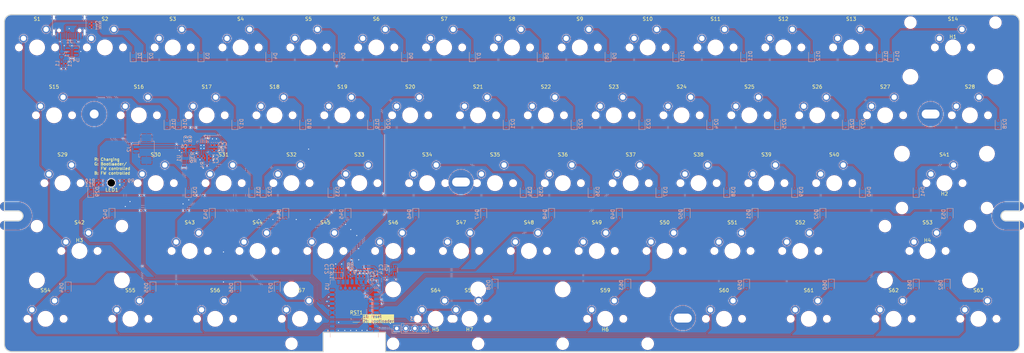
<source format=kicad_pcb>
(kicad_pcb (version 20240108) (generator "pcbnew") (generator_version "8.0")
  (layers (0 "F.Cu" signal) (31 "B.Cu" signal) (34 "B.Paste" user) (35 "F.Paste" user) (36 "B.SilkS" user "B.Silkscreen") (37 "F.SilkS" user "F.Silkscreen") (38 "B.Mask" user) (39 "F.Mask" user) (44 "Edge.Cuts" user))
  (net 0 "")
  (net 1 "GND")
  (net 2 "VDD")
  (net 3 "+5V")
  (net 4 "+BATT")
  (net 5 "row0")
  (net 6 "Net-(D1-A)")
  (net 7 "Net-(D2-A)")
  (net 8 "Net-(D3-A)")
  (net 9 "Net-(D4-A)")
  (net 10 "Net-(D5-A)")
  (net 11 "Net-(D6-A)")
  (net 12 "Net-(D7-A)")
  (net 13 "Net-(D8-A)")
  (net 14 "Net-(D9-A)")
  (net 15 "Net-(D10-A)")
  (net 16 "Net-(D11-A)")
  (net 17 "Net-(D12-A)")
  (net 18 "Net-(D13-A)")
  (net 19 "Net-(D14-A)")
  (net 20 "row1")
  (net 21 "Net-(D15-A)")
  (net 22 "Net-(D16-A)")
  (net 23 "Net-(D17-A)")
  (net 24 "Net-(D18-A)")
  (net 25 "Net-(D19-A)")
  (net 26 "Net-(D20-A)")
  (net 27 "Net-(D21-A)")
  (net 28 "Net-(D22-A)")
  (net 29 "Net-(D23-A)")
  (net 30 "Net-(D24-A)")
  (net 31 "Net-(D25-A)")
  (net 32 "Net-(D26-A)")
  (net 33 "Net-(D27-A)")
  (net 34 "Net-(D28-A)")
  (net 35 "row2")
  (net 36 "Net-(D29-A)")
  (net 37 "Net-(D30-A)")
  (net 38 "Net-(D31-A)")
  (net 39 "Net-(D32-A)")
  (net 40 "Net-(D33-A)")
  (net 41 "Net-(D34-A)")
  (net 42 "Net-(D35-A)")
  (net 43 "Net-(D36-A)")
  (net 44 "Net-(D37-A)")
  (net 45 "Net-(D38-A)")
  (net 46 "Net-(D39-A)")
  (net 47 "Net-(D40-A)")
  (net 48 "Net-(D41-A)")
  (net 49 "row3")
  (net 50 "Net-(D42-A)")
  (net 51 "Net-(D43-A)")
  (net 52 "Net-(D44-A)")
  (net 53 "Net-(D45-A)")
  (net 54 "Net-(D49-A)")
  (net 55 "Net-(D50-A)")
  (net 56 "Net-(D51-A)")
  (net 57 "Net-(D52-A)")
  (net 58 "Net-(D53-A)")
  (net 59 "row4")
  (net 60 "Net-(D54-A)")
  (net 61 "Net-(D55-A)")
  (net 62 "Net-(D56-A)")
  (net 63 "Net-(D57-A)")
  (net 64 "Net-(D58-A)")
  (net 65 "Net-(D59-A)")
  (net 66 "Net-(D60-A)")
  (net 67 "Net-(D61-A)")
  (net 68 "Net-(D62-A)")
  (net 69 "Net-(D63-A)")
  (net 70 "D+")
  (net 71 "D-")
  (net 72 "DCCH")
  (net 73 "Net-(U2-ISET)")
  (net 74 "Net-(U2-TS)")
  (net 75 "SCL")
  (net 76 "SDA")
  (net 77 "col0")
  (net 78 "col1")
  (net 79 "col2")
  (net 80 "col3")
  (net 81 "col4")
  (net 82 "col5")
  (net 83 "col6")
  (net 84 "col7")
  (net 85 "col8")
  (net 86 "col9")
  (net 87 "col10")
  (net 88 "col11")
  (net 89 "col12")
  (net 90 "col13")
  (net 91 "RST")
  (net 92 "SWDIO")
  (net 93 "SWDCLK")
  (net 95 "ALERT")
  (net 96 "+VSW")
  (net 97 "Net-(LED1-BK)")
  (net 98 "Net-(LED1-GK)")
  (net 99 "Net-(LED1-RK)")
  (net 100 "/TMR")
  (net 101 "/ILIM")
  (net 102 "LED_B")
  (net 103 "LED_G")
  (net 104 "~{CHG}")
  (net 105 "wk")
  (net 106 "wk1")
  (net 107 "wk2")
  (net 108 "wk3")
  (net 109 "Net-(U3-P0.00{slash}XL1)")
  (net 110 "Net-(U3-P0.01{slash}XL2)")
  (net 114 "Net-(F1-Pad1)")
  (net 115 "VBUS")
  (net 116 "Net-(J1-CC2)")
  (net 117 "Net-(J1-CC1)")
  (footprint "Switch_Keyboard_Cherry_MX:SW_Cherry_MX_PCB_1.00u" (layer "F.Cu") (at 200.025 165.1)
    (property "Reference" "S47")
    (property "Value" "1.00u")
  )
  (footprint "Switch_Keyboard_Cherry_MX:SW_Cherry_MX_PCB_1.50u" (layer "F.Cu") (at 85.725 127)
    (property "Reference" "S15")
    (property "Value" "1.50u")
  )
  (footprint "Mounting_Keyboard_Stabilizer:Stabilizer_Cherry_MX_2u" (layer "F.Cu") (at 192.88125 184.15 180)
    (property "Reference" "H5")
    (property "Value" "Mounting_Keyboard_Stabilizer:2u")
  )
  (footprint "Switch_Keyboard_Cherry_MX:SW_Cherry_MX_PCB_1.00u" (layer "F.Cu") (at 285.75 146.05)
    (property "Reference" "S39")
    (property "Value" "1.00u")
  )
  (footprint "Switch_Keyboard_Cherry_MX:SW_Cherry_MX_PCB_1.00u" (layer "F.Cu") (at 266.7 146.05)
    (property "Reference" "S38")
    (property "Value" "1.00u")
  )
  (footprint "Switch_Keyboard_Cherry_MX:SW_Cherry_MX_PCB_1.00u" (layer "F.Cu") (at 271.4625 107.95)
    (property "Reference" "S11")
    (property "Value" "1.00u")
  )
  (footprint "Switch_Keyboard_Cherry_MX:SW_Cherry_MX_PCB_1.00u" (layer "F.Cu") (at 128.5875 127)
    (property "Reference" "S17")
    (property "Value" "1.00u")
  )
  (footprint "Switch_Keyboard_Cherry_MX:SW_Cherry_MX_PCB_1.00u" (layer "F.Cu") (at 257.175 165.1)
    (property "Reference" "S50")
    (property "Value" "1.00u")
  )
  (footprint "Switch_Keyboard_Cherry_MX:SW_Cherry_MX_PCB_1.00u" (layer "F.Cu") (at 223.8375 127)
    (property "Reference" "S22")
    (property "Value" "1.00u")
  )
  (footprint "Switch_Keyboard_Cherry_MX:SW_Cherry_MX_PCB_2.25u" (layer "F.Cu") (at 240.50625 184.15)
    (property "Reference" "S59")
    (property "Value" "2.25u")
  )
  (footprint "Switch_Keyboard_Cherry_MX:SW_Cherry_MX_PCB_1.00u" (layer "F.Cu") (at 252.4125 107.95)
    (property "Reference" "S10")
    (property "Value" "1.00u")
  )
  (footprint "Switch_Keyboard_Cherry_MX:SW_Cherry_MX_PCB_1.00u" (layer "F.Cu") (at 185.7375 127)
    (property "Reference" "S20")
    (property "Value" "1.00u")
  )
  (footprint "Switch_Keyboard_Cherry_MX:SW_Cherry_MX_PCB_1.25u" (layer "F.Cu") (at 297.65625 184.15)
    (property "Reference" "S61")
    (property "Value" "1.25u")
  )
  (footprint "Switch_Keyboard_Cherry_MX:SW_Cherry_MX_PCB_1.25u" (layer "F.Cu") (at 273.84375 184.15)
    (property "Reference" "S60")
    (property "Value" "1.25u")
  )
  (footprint "Switch_Keyboard_Cherry_MX:SW_Cherry_MX_PCB_1.00u" (layer "F.Cu") (at 171.45 146.05)
    (property "Reference" "S33")
    (property "Value" "1.00u")
  )
  (footprint "Switch_Keyboard_Cherry_MX:SW_Cherry_MX_PCB_1.00u" (layer "F.Cu") (at 219.075 165.1)
    (property "Reference" "S48")
    (property "Value" "1.00u")
  )
  (footprint "Switch_Keyboard_Cherry_MX:SW_Cherry_MX_PCB_1.00u" (layer "F.Cu") (at 204.7875 127)
    (property "Reference" "S21")
    (property "Value" "1.00u")
  )
  (footprint "Switch_Keyboard_Cherry_MX:SW_Cherry_MX_PCB_1.50u" (layer "F.Cu") (at 342.9 127)
    (property "Reference" "S28")
    (property "Value" "1.50u")
  )
  (footprint "Switch_Keyboard_Cherry_MX:SW_Cherry_MX_PCB_1.25u" (layer "F.Cu") (at 107.15625 184.15)
    (property "Reference" "S55")
    (property "Value" "1.25u")
  )
  (footprint "Switch_Keyboard_Cherry_MX:SW_Cherry_MX_PCB_1.00u" (layer "F.Cu") (at 114.3 146.05)
    (property "Reference" "S30")
    (property "Value" "1.00u")
  )
  (footprint "Switch_Keyboard_Cherry_MX:SW_Cherry_MX_PCB_1.00u" (layer "F.Cu") (at 261.9375 127)
    (property "Reference" "S24")
    (property "Value" "1.00u")
  )
  (footprint "Switch_Keyboard_Cherry_MX:SW_Cherry_MX_PCB_1.00u" (layer "F.Cu") (at 152.4 146.05)
    (property "Reference" "S32")
    (property "Value" "1.00u")
  )
  (footprint "Switch_Keyboard_Cherry_MX:SW_Cherry_MX_PCB_1.00u" (layer "F.Cu") (at 214.3125 107.95)
    (property "Reference" "S8")
    (property "Value" "1.00u")
  )
  (footprint "Switch_Keyboard_Cherry_MX:SW_Cherry_MX_PCB_1.25u" (layer "F.Cu") (at 321.46875 184.15)
    (property "Reference" "S62")
    (property "Value" "1.25u")
  )
  (footprint "Switch_Keyboard_Cherry_MX:SW_Cherry_MX_PCB_1.00u" (layer "F.Cu") (at 195.2625 107.95)
    (property "Reference" "S7")
    (property "Value" "1.00u")
  )
  (footprint "Switch_Keyboard_Cherry_MX:SW_Cherry_MX_PCB_1.00u" (layer "F.Cu") (at 119.0625 107.95)
    (property "Reference" "S3")
    (property "Value" "1.00u")
  )
  (footprint "Switch_Keyboard_Cherry_MX:SW_Cherry_MX_PCB_1.00u" (layer "F.Cu") (at 147.6375 127)
    (property "Reference" "S18")
    (property "Value" "1.00u")
  )
  (footprint "Switch_Keyboard_Cherry_MX:SW_Cherry_MX_PCB_1.00u" (layer "F.Cu") (at 238.125 165.1)
    (property "Reference" "S49")
    (property "Value" "1.00u")
  )
  (footprint "Switch_Keyboard_Cherry_MX:SW_Cherry_MX_PCB_1.00u" (layer "F.Cu") (at 233.3625 107.95)
    (property "Reference" "S9")
    (property "Value" "1.00u")
  )
  (footprint "Mounting_Keyboard_Stabilizer:Stabilizer_Cherry_MX_2u" (layer "F.Cu") (at 240.50625 184.15 180)
    (property "Reference" "H6")
    (property "Value" "Mounting_Keyboard_Stabilizer:2u")
  )
  (footprint "Switch_Keyboard_Cherry_MX:SW_Cherry_MX_PCB_1.00u" (layer "F.Cu") (at 309.5625 107.95)
    (property "Reference" "S13")
    (property "Value" "1.00u")
  )
  (footprint "Switch_Keyboard_Cherry_MX:SW_Cherry_MX_PCB_1.00u" (layer "F.Cu") (at 133.35 146.05)
    (property "Reference" "S31")
    (property "Value" "1.00u")
  )
  (footprint "Mounting_Keyboard_Stabilizer:Stabilizer_Cherry_MX_6.25u" (layer "F.Cu") (at 202.40625 184.15 180)
    (property "Reference" "H7")
    (property "Value" "Mounting_Keyboard_Stabilizer:6.25u")
  )
  (footprint "Mounting_Keyboard_Stabilizer:Stabilizer_Cherry_MX_2u" (layer "F.Cu") (at 330.99375 165.1)
    (property "Reference" "H4")
    (property "Value" "Mounting_Keyboard_Stabilizer:2u")
  )
  (footprint "Switch_Keyboard_Cherry_MX:SW_Cherry_MX_PCB_1.00u" (layer "F.Cu") (at 209.55 146.05)
    (property "Reference" "S35")
    (property "Value" "1.00u")
  )
  (footprint "Switch_Keyboard_Cherry_MX:SW_Cherry_MX_PCB_1.00u" (layer "F.Cu") (at 142.875 165.1)
    (property "Reference" "S44")
    (property "Value" "1.00u")
  )
  (footprint "Switch_Keyboard_Cherry_MX:SW_Cherry_MX_PCB_1.00u" (layer "F.Cu") (at 319.0875 127)
    (property "Reference" "S27")
    (property "Value" "1.00u")
  )
  (footprint "Switch_Keyboard_Cherry_MX:SW_Cherry_MX_PCB_1.75u" (layer "F.Cu") (at 88.10625 146.05)
    (property "Reference" "S29")
    (property "Value" "1.75u")
  )
  (footprint "Switch_Keyboard_Cherry_MX:SW_Cherry_MX_PCB_1.00u" (layer "F.Cu") (at 157.1625 107.95)
    (property "Reference" "S5")
    (property "Value" "1.00u")
  )
  (footprint "Switch_Keyboard_Cherry_MX:SW_Cherry_MX_PCB_1.00u" (layer "F.Cu") (at 304.8 146.05)
    (property "Reference" "S40")
    (property "Value" "1.00u")
  )
  (footprint "Switch_Keyboard_Cherry_MX:SW_Cherry_MX_PCB_2.25u" (layer "F.Cu") (at 92.86875 165.1)
    (property "Reference" "S42")
    (property "Value" "2.25u")
  )
  (footprint "Switch_Keyboard_Cherry_MX:SW_Cherry_MX_PCB_1.25u" (layer "F.Cu") (at 83.34375 184.15)
    (property "Reference" "S54")
    (property "Value" "1.25u")
  )
  (footprint "Switch_Keyboard_Cherry_MX:SW_Cherry_MX_PCB_1.00u" (layer "F.Cu") (at 247.65 146.05)
    (property "Reference" "S37")
    (property "Value" "1.00u")
  )
  (footprint "Switch_Keyboard_Cherry_MX:SW_Cherry_MX_PCB_1.00u" (layer "F.Cu") (at 138.1125 107.95)
    (property "Reference" "S4")
    (property "Value" "1.00u")
  )
  (footprint "Switch_Keyboard_Cherry_MX:SW_Cherry_MX_PCB_1.00u" (layer "F.Cu") (at 190.5 146.05)
    (property "Reference" "S34")
    (property "Value" "1.00u")
  )
  (footprint "Switch_Keyboard_Cherry_MX:SW_Cherry_MX_PCB_2.75u" (layer "F.Cu") (at 330.99375 165.1)
    (property "Reference" "S53")
    (property "Value" "2.75u")
  )
  (footprint "Switch_Keyboard_Cherry_MX:SW_Cherry_MX_PCB_2.75u" (layer "F.Cu") (at 192.88125 184.15)
    (property "Reference" "S64")
    (property "Value" "2.75u")
  )
  (footprint "Switch_Keyboard_Cherry_MX:SW_Cherry_MX_PCB_2.25u" (layer "F.Cu") (at 335.75625 146.05)
    (property "Reference" "S41")
    (property "Value" "2.25u")
  )
  (footprint "PCM_marbastlib-various:SW_T1A2QR" (layer "F.Cu") (at 170.625 184.15)
    (property "Reference" "RST1")
    (property "Value" "RST")
  )
  (footprint "Switch_Keyboard_Cherry_MX:SW_Cherry_MX_PCB_1.00u" (layer "F.Cu") (at 276.225 165.1)
    (property "Reference" "S51")
    (property "Value" "1.00u")
  )
  (footprint "Switch_Keyboard_Cherry_MX:SW_Cherry_MX_PCB_1.00u" (layer "F.Cu") (at 280.9875 127)
    (property "Reference" "S25")
    (property "Value" "1.00u")
  )
  (footprint "Switch_Keyboard_Cherry_MX:SW_Cherry_MX_PCB_1.00u" (layer "F.Cu") (at 228.6 146.05)
    (property "Reference" "S36")
    (property "Value" "1.00u")
  )
  (footprint "Switch_Keyboard_Cherry_MX:SW_Cherry_MX_PCB_1.00u" (layer "F.Cu") (at 180.975 165.1)
    (property "Reference" "S46")
    (property "Value" "1.00u")
  )
  (footprint "Switch_Keyboard_Cherry_MX:SW_Cherry_MX_PCB_1.00u" (layer "F.Cu") (at 176.2125 107.95)
    (property "Reference" "S6")
    (property "Value" "1.00u")
  )
  (footprint "Mounting_Keyboard_Stabilizer:Stabilizer_Cherry_MX_2u" (layer "F.Cu") (at 92.86875 165.1)
    (property "Reference" "H3")
    (property "Value" "Mounting_Keyboard_Stabilizer:2u")
  )
  (footprint "Switch_Keyboard_Cherry_MX:SW_Cherry_MX_PCB_1.00u" (layer "F.Cu") (at 166.6875 127)
    (property "Reference" "S19")
    (property "Value" "1.00u")
  )
  (footprint "Switch_Keyboard_Cherry_MX:SW_Cherry_MX_PCB_1.00u" (layer "F.Cu") (at 123.825 165.1)
    (property "Reference" "S43")
    (property "Value" "1.00u")
  )
  (footprint "Mounting_Keyboard_Stabilizer:Stabilizer_Cherry_MX_2u" (layer "F.Cu") (at 335.75625 146.05 180)
    (property "Reference" "H2")
    (property "Value" "Mounting_Keyboard_Stabilizer:2u")
  )
  (footprint "Switch_Keyboard_Cherry_MX:SW_Cherry_MX_PCB_1.25u" (layer "F.Cu") (at 154.78125 184.15)
    (property "Reference" "S57")
    (property "Value" "1.25u")
  )
  (footprint "Switch_Keyboard_Cherry_MX:SW_Cherry_MX_PCB_1.25u" (layer "F.Cu") (at 345.28125 184.15)
    (property "Reference" "S63")
    (property "Value" "1.25u")
  )
  (footprint "Switch_Keyboard_Cherry_MX:SW_Cherry_MX_PCB_1.00u" (layer "F.Cu") (at 109.5375 127)
    (property "Reference" "S16")
    (property "Value" "1.00u")
  )
  (footprint "Mounting_Keyboard_Stabilizer:Stabilizer_Cherry_MX_2u" (layer "F.Cu") (at 338.1375 107.95)
    (property "Reference" "H1")
    (property "Value" "Mounting_Keyboard_Stabilizer:2u")
  )
  (footprint "Switch_Keyboard_Cherry_MX:SW_Cherry_MX_PCB_1.00u" (layer "F.Cu") (at 161.925 165.1)
    (property "Reference" "S45")
    (property "Value" "1.00u")
  )
  (footprint "Switch_Keyboard_Cherry_MX:SW_Cherry_MX_PCB_1.25u" (layer "F.Cu") (at 130.96875 184.15)
    (property "Reference" "S56")
    (property "Value" "1.25u")
  )
  (footprint "Switch_Keyboard_Cherry_MX:SW_Cherry_MX_PCB_6.25u" (layer "F.Cu") (at 202.40625 184.15)
    (property "Reference" "S58")
    (property "Value" "6.25u")
  )
  (footprint "Switch_Keyboard_Cherry_MX:SW_Cherry_MX_PCB_1.00u" (layer "F.Cu") (at 300.0375 127)
    (property "Reference" "S26")
    (property "Value" "1.00u")
  )
  (footprint "amtra5_outline:60_Outline" (layer "F.Cu") (at 214.3125 146.05)
    (property "Reference" "H8" (hide yes))
    (property "Value" "MountingHole" (hide yes))
    (fp_line (start -142.5 7.8) (end -142.5 -45.3) (stroke (width 0.3)) (layer "Edge.Cuts"))
    (fp_line (start -142.5 10.6) (end -138.7 10.6) (stroke (width 0.3)) (layer "Edge.Cuts"))
    (fp_line (start -142.5 45.3) (end -142.5 10.6) (stroke (width 0.3)) (layer "Edge.Cuts"))
    (fp_line (start -140.5 47.3) (end -53 47.3) (stroke (width 0.3)) (layer "Edge.Cuts"))
    (fp_line (start -138.7 7.8) (end -142.5 7.8) (stroke (width 0.3)) (layer "Edge.Cuts"))
    (fp_line (start -53 47.3) (end -53 41.9) (stroke (width 0.3)) (layer "Edge.Cuts"))
    (fp_line (start -35.5 41.9) (end -53 41.9) (stroke (width 0.3)) (layer "Edge.Cuts"))
    (fp_line (start -35.5 47.3) (end -35.5 41.9) (stroke (width 0.3)) (layer "Edge.Cuts"))
    (fp_line (start -35.5 47.3) (end 140.5 47.3) (stroke (width 0.3)) (layer "Edge.Cuts"))
    (fp_line (start 138.7 7.8) (end 142.5 7.8) (stroke (width 0.3)) (layer "Edge.Cuts"))
    (fp_line (start 138.7 10.6) (end 142.5 10.6) (stroke (width 0.3)) (layer "Edge.Cuts"))
    (fp_line (start 140.5 -47.3) (end -140.5 -47.3) (stroke (width 0.3)) (layer "Edge.Cuts"))
    (fp_line (start 142.5 7.8) (end 142.5 -45.3) (stroke (width 0.3)) (layer "Edge.Cuts"))
    (fp_line (start 142.5 10.6) (end 142.5 45.3) (stroke (width 0.3)) (layer "Edge.Cuts"))
    (fp_arc (start -142.5 -45.3) (mid -141.914214 -46.714214) (end -140.5 -47.3) (stroke (width 0.3)) (layer "Edge.Cuts"))
    (fp_arc (start -140.5 47.3) (mid -141.914214 46.714214) (end -142.5 45.3) (stroke (width 0.3)) (layer "Edge.Cuts"))
    (fp_arc (start -138.7 7.8) (mid -137.710051 8.210051) (end -137.3 9.2) (stroke (width 0.3)) (layer "Edge.Cuts"))
    (fp_arc (start -137.3 9.2) (mid -137.710051 10.189949) (end -138.7 10.6) (stroke (width 0.3)) (layer "Edge.Cuts"))
    (fp_arc (start 137.3 9.2) (mid 137.710051 8.210051) (end 138.7 7.8) (stroke (width 0.3)) (layer "Edge.Cuts"))
    (fp_arc (start 138.7 10.6) (mid 137.710051 10.189949) (end 137.3 9.2) (stroke (width 0.3)) (layer "Edge.Cuts"))
    (fp_arc (start 140.5 -47.3) (mid 141.914214 -46.714214) (end 142.5 -45.3) (stroke (width 0.3)) (layer "Edge.Cuts"))
    (fp_arc (start 142.5 45.3) (mid 141.914214 46.714214) (end 140.5 47.3) (stroke (width 0.3)) (layer "Edge.Cuts"))
  )
  (footprint "Switch_Keyboard_Cherry_MX:SW_Cherry_MX_PCB_1.00u" (layer "F.Cu") (at 100.0125 107.95)
    (property "Reference" "S2")
    (property "Value" "1.00u")
  )
  (footprint "PCM_marbastlib-various:LED_1206R" (layer "F.Cu") (at 101.8125 145.96875 180)
    (property "Reference" "LED1")
    (property "Value" "IND")
  )
  (footprint "Switch_Keyboard_Cherry_MX:SW_Cherry_MX_PCB_1.00u" (layer "F.Cu") (at 290.5125 107.95)
    (property "Reference" "S12")
    (property "Value" "1.00u")
  )
  (footprint "Switch_Keyboard_Cherry_MX:SW_Cherry_MX_PCB_1.00u" (layer "F.Cu") (at 242.8875 127)
    (property "Reference" "S23")
    (property "Value" "1.00u")
  )
  (footprint "Switch_Keyboard_Cherry_MX:SW_Cherry_MX_PCB_1.00u" (layer "F.Cu") (at 80.9625 107.95)
    (property "Reference" "S1")
    (property "Value" "1.00u")
  )
  (footprint "Switch_Keyboard_Cherry_MX:SW_Cherry_MX_PCB_1.00u" (layer "F.Cu") (at 295.275 165.1)
    (property "Reference" "S52")
    (property "Value" "1.00u")
  )
  (footprint "Switch_Keyboard_Cherry_MX:SW_Cherry_MX_PCB_2.00u" (layer "F.Cu") (at 338.1375 107.95)
    (property "Reference" "S14")
    (property "Value" "2.00u")
  )
  (footprint "Diode_SMD:D_SOD-323" (layer "B.Cu") (at 89.69375 175.41875 -90)
    (property "Reference" "D54")
    (property "Value" "1N4148WS")
  )
  (footprint "Capacitor_SMD:C_0402_1005Metric" (layer "B.Cu") (at 88.96875 112.5 90)
    (property "Reference" "C1")
    (property "Value" "4u7")
  )
  (footprint "Diode_SMD:D_SOD-323" (layer "B.Cu") (at 127 110.33125 90)
    (property "Reference" "D3")
    (property "Value" "1N4148WS")
  )
  (footprint "Diode_SMD:D_SOD-323" (layer "B.Cu") (at 217.4875 148.43125 90)
    (property "Reference" "D34")
    (property "Value" "1N4148WS")
  )
  (footprint "Diode_SMD:D_SOD-323" (layer "B.Cu") (at 212.725 129.38125 90)
    (property "Reference" "D21")
    (property "Value" "1N4148WS")
  )
  (footprint "Diode_SMD:D_SOD-323" (layer "B.Cu") (at 113.50625 175.41875 -90)
    (property "Reference" "D55")
    (property "Value" "1N4148WS")
  )
  (footprint "Capacitor_SMD:C_0402_1005Metric" (layer "B.Cu") (at 176.25 172.21875 -90)
    (property "Reference" "C10")
    (property "Value" "4u7")
  )
  (footprint "Diode_SMD:D_SOD-323" (layer "B.Cu") (at 96.04375 148.43125 90)
    (property "Reference" "D29")
    (property "Value" "1N4148WS")
  )
  (footprint "Inductor_SMD:L_0402_1005Metric" (layer "B.Cu") (at 87.84375 112.5 -90)
    (property "Reference" "L1")
    (property "Value" "BLM15PX121SN1D")
  )
  (footprint "Diode_SMD:D_SOD-323" (layer "B.Cu") (at 137.31875 175.41875 -90)
    (property "Reference" "D56")
    (property "Value" "1N4148WS")
  )
  (footprint "Diode_SMD:D_SOD-323" (layer "B.Cu") (at 350.8375 129.38125 90)
    (property "Reference" "D28")
    (property "Value" "1N4148WS")
  )
  (footprint "Diode_SMD:D_SOD-323" (layer "B.Cu") (at 337.34375 154.78125 -90)
    (property "Reference" "D53")
    (property "Value" "1N4148WS")
  )
  (footprint "Diode_SMD:D_SOD-323" (layer "B.Cu") (at 146.05 110.33125 90)
    (property "Reference" "D4")
    (property "Value" "1N4148WS")
  )
  (footprint "Fuse:Fuse_0603_1608Metric" (layer "B.Cu") (at 87.84375 109.875 90)
    (property "Reference" "F1")
    (property "Value" "500mA")
  )
  (footprint "Package_TO_SOT_SMD:SOT-363_SC-70-6" (layer "B.Cu") (at 181.03125 170.4375 -90)
    (property "Reference" "U5")
    (property "Value" "74LVC1G11")
  )
  (footprint "Diode_SMD:D_SOD-323" (layer "B.Cu") (at 255.5875 148.43125 90)
    (property "Reference" "D37")
    (property "Value" "1N4148WS")
  )
  (footprint "Diode_SMD:D_SOD-323" (layer "B.Cu") (at 102 154.78125 -90)
    (property "Reference" "D42")
    (property "Value" "1N4148WS")
  )
  (footprint "Connector_PinSocket_2.54mm:PinSocket_1x04_P2.54mm_Vertical" (layer "B.Cu") (at 181.96 186.84375 -90)
    (property "Reference" "J3")
    (property "Value" "~")
  )
  (footprint "Diode_SMD:D_SOD-323" (layer "B.Cu") (at 220.6625 148.43125 90)
    (property "Reference" "D35")
    (property "Value" "1N4148WS")
  )
  (footprint "Diode_SMD:D_SOD-323" (layer "B.Cu") (at 307.975 129.38125 90)
    (property "Reference" "D26")
    (property "Value" "1N4148WS")
  )
  (footprint "Diode_SMD:D_SOD-323" (layer "B.Cu") (at 107.95 110.33125 90)
    (property "Reference" "D1")
    (property "Value" "1N4148WS")
  )
  (footprint "Diode_SMD:D_SOD-323" (layer "B.Cu") (at 336.5625 174.625 -90)
    (property "Reference" "D62")
    (property "Value" "1N4148WS")
  )
  (footprint "Capacitor_SMD:C_0402_1005Metric" (layer "B.Cu") (at 172.94 172.22 180)
    (property "Reference" "C11")
    (property "Value" "4u7")
  )
  (footprint "Diode_SMD:D_SOD-323" (layer "B.Cu") (at 148.43125 175.41875 -90)
    (property "Reference" "D57")
    (property "Value" "1N4148WS")
  )
  (footprint "Diode_SMD:D_SOD-323" (layer "B.Cu") (at 222.25 110.33125 90)
    (property "Reference" "D8")
    (property "Value" "1N4148WS")
  )
  (footprint "Diode_SMD:D_SOD-323" (layer "B.Cu") (at 184.15 110.33125 90)
    (property "Reference" "D6")
    (property "Value" "1N4148WS")
  )
  (footprint "Diode_SMD:D_SOD-323" (layer "B.Cu") (at 263.525 154.78125 -90)
    (property "Reference" "D50")
    (property "Value" "1N4148WS")
  )
  (footprint "Resistor_SMD:R_0402_1005Metric" (layer "B.Cu") (at 127.6562 139 -90)
    (property "Reference" "R4")
    (property "Value" "47k")
  )
  (footprint "Diode_SMD:D_SOD-323" (layer "B.Cu") (at 288.925 129.38125 90)
    (property "Reference" "D25")
    (property "Value" "1N4148WS")
  )
  (footprint "Diode_SMD:D_SOD-323" (layer "B.Cu") (at 311.15 129.38125 90)
    (property "Reference" "D27")
    (property "Value" "1N4148WS")
  )
  (footprint "Capacitor_SMD:C_0402_1005Metric" (layer "B.Cu") (at 122.71875 135.395 90)
    (property "Reference" "C7")
    (property "Value" "4u7")
  )
  (footprint "Capacitor_SMD:C_0402_1005Metric" (layer "B.Cu") (at 179.15625 171.75 90)
    (property "Reference" "C14")
    (property "Value" "100n")
  )
  (footprint "PCM_marbastlib-various:nRF52840_E73-2G4M08S1C" (layer "B.Cu") (at 170.0625 182.48125)
    (property "Reference" "U3")
    (property "Value" "nRF52840_E73-2G4M08S1C" (hide yes))
  )
  (footprint "Capacitor_SMD:C_0402_1005Metric" (layer "B.Cu") (at 123.9375 135.395 90)
    (property "Reference" "C8")
    (property "Value" "1u")
  )
  (footprint "Capacitor_SMD:C_0402_1005Metric" (layer "B.Cu") (at 122.23875 136.875 180)
    (property "Reference" "C6")
    (property "Value" "100n")
  )
  (footprint "Capacitor_SMD:C_0402_1005Metric" (layer "B.Cu") (at 131.34375 135.395 90)
    (property "Reference" "C4")
    (property "Value" "4u7")
  )
  (footprint "Resistor_SMD:R_0402_1005Metric" (layer "B.Cu") (at 98.25 145.4187 180)
    (property "Reference" "R10")
    (property "Value" "1k")
  )
  (footprint "Diode_SMD:D_SOD-323" (layer "B.Cu") (at 301.625 154.78125 -90)
    (property "Reference" "D52")
    (property "Value" "1N4148WS")
  )
  (footprint "Resistor_SMD:R_0402_1005Metric" (layer "B.Cu") (at 130.6875 136.875)
    (property "Reference" "R5")
    (property "Value" "1k5")
  )
  (footprint "Diode_SMD:D_SOD-323" (layer "B.Cu") (at 304.00625 174.625 -90)
    (property "Reference" "D60")
    (property "Value" "1N4148WS")
  )
  (footprint "Diode_SMD:D_SOD-323" (layer "B.Cu") (at 155.575 129.38125 90)
    (property "Reference" "D18")
    (property "Value" "1N4148WS")
  )
  (footprint "Resistor_SMD:R_0402_1005Metric" (layer "B.Cu") (at 168.9375 171.1875 180)
    (property "Reference" "R8")
    (property "Value" "10k")
  )
  (footprint "Diode_SMD:D_SOD-323" (layer "B.Cu") (at 163.5125 148.43125 90)
    (property "Reference" "D33")
    (property "Value" "1N4148WS")
  )
  (footprint "Resistor_SMD:R_0402_1005Metric" (layer "B.Cu") (at 105.41875 145.4187)
    (property "Reference" "R9")
    (property "Value" "1k")
  )
  (footprint "Diode_SMD:D_SOD-323" (layer "B.Cu") (at 246.85625 174.625 -90)
    (property "Reference" "D63")
    (property "Value" "1N4148WS")
  )
  (footprint "Diode_SMD:D_SOD-323" (layer "B.Cu") (at 168.275 154.78125 -90)
    (property "Reference" "D45")
    (property "Value" "1N4148WS")
  )
  (footprint "Diode_SMD:D_SOD-323" (layer "B.Cu") (at 120.65 129.38125 90)
    (property "Reference" "D16")
    (property "Value" "1N4148WS")
  )
  (footprint "Diode_SMD:D_SOD-323" (layer "B.Cu") (at 150.8125 154.78125 -90)
    (property "Reference" "D44")
    (property "Value" "1N4148WS")
  )
  (footprint "PCM_marbastlib-various:SOT-23-6-routable" (layer "B.Cu") (at 90.75 109.0875 180)
    (property "Reference" "U4")
    (property "Value" "SRV05-4")
  )
  (footprint "Diode_SMD:D_SOD-323" (layer "B.Cu") (at 203.2 110.33125 90)
    (property "Reference" "D7")
    (property "Value" "1N4148WS")
  )
  (footprint "Connector_Molex:Molex_PicoBlade_53261-0271_1x02-1MP_P1.25mm_Horizontal" (layer "B.Cu") (at 111.1875 136.5 -90)
    (property "Reference" "J2")
    (property "Value" "Conn_01x02_MountingPin")
  )
  (footprint "Diode_SMD:D_SOD-323" (layer "B.Cu") (at 225.425 154.78125 -90)
    (property "Reference" "D48")
    (property "Value" "1N4148WS")
  )
  (footprint "Resistor_SMD:R_0402_1005Metric" (layer "B.Cu") (at 96.28125 102.28125)
    (property "Reference" "R1")
    (property "Value" "5k1")
  )
  (footprint "Diode_SMD:D_SOD-323" (layer "B.Cu") (at 312.7375 148.43125 90)
    (property "Reference" "D40")
    (property "Value" "1N4148WS")
  )
  (footprint "Diode_SMD:D_SOD-323" (layer "B.Cu") (at 209.55 174.625 -90)
    (property "Reference" "D58")
    (property "Value" "1N4148WS")
  )
  (footprint "Diode_SMD:D_SOD-323" (layer "B.Cu") (at 130.175 154.78125 -90)
    (property "Reference" "D43")
    (property "Value" "1N4148WS")
  )
  (footprint "Diode_SMD:D_SOD-323" (layer "B.Cu") (at 241.3 110.33125 90)
    (property "Reference" "D9")
    (property "Value" "1N4148WS")
  )
  (footprint "Diode_SMD:D_SOD-323" (layer "B.Cu") (at 317.5 110.33125 90)
    (property "Reference" "D13")
    (property "Value" "1N4148WS")
  )
  (footprint "Diode_SMD:D_SOD-323" (layer "B.Cu") (at 111.1875 110.34375 90)
    (property "Reference" "D2")
    (property "Value" "1N4148WS")
  )
  (footprint "Diode_SMD:D_SOD-323" (layer "B.Cu") (at 177.8 129.38125 90)
    (property "Reference" "D20")
    (property "Value" "1N4148WS")
  )
  (footprint "Diode_SMD:D_SOD-323" (layer "B.Cu") (at 117.475 129.38125 90)
    (property "Reference" "D15")
    (property "Value" "1N4148WS")
  )
  (footprint "Resistor_SMD:R_0402_1005Metric" (layer "B.Cu") (at 126.1462 138.54 180)
    (property "Reference" "R6")
    (property "Value" "2k2")
  )
  (footprint "Diode_SMD:D_SOD-323" (layer "B.Cu") (at 280.19375 174.625 -90)
    (property "Reference" "D59")
    (property "Value" "1N4148WS")
  )
  (footprint "Resistor_SMD:R_0402_1005Metric" (layer "B.Cu") (at 96.28125 101.25)
    (property "Reference" "R2")
    (property "Value" "5k1")
  )
  (footprint "Diode_SMD:D_SOD-323" (layer "B.Cu") (at 136.525 129.38125 90)
    (property "Reference" "D17")
    (property "Value" "1N4148WS")
  )
  (footprint "Package_DFN_QFN:VQFN-16-1EP_3x3mm_P0.5mm_EP1.6x1.6mm" (layer "B.Cu") (at 127.40625 135.875)
    (property "Reference" "U2")
    (property "Value" "BQ24075")
  )
  (footprint "Resistor_SMD:R_0402_1005Metric" (layer "B.Cu") (at 124.21875 136.875 180)
    (property "Reference" "R3")
    (property "Value" "10k")
  )
  (footprint "Capacitor_SMD:C_0402_1005Metric" (layer "B.Cu") (at 129.1875 139.59375)
    (property "Reference" "C2")
    (property "Value" "4u7")
  )
  (footprint "Diode_SMD:D_SOD-323" (layer "B.Cu") (at 187.325 154.78125 -90)
    (property "Reference" "D46")
    (property "Value" "1N4148WS")
  )
  (footprint "Diode_SMD:D_SOD-323" (layer "B.Cu") (at 269.875 129.38125 90)
    (property "Reference" "D24")
    (property "Value" "1N4148WS")
  )
  (footprint "Diode_SMD:D_SOD-323" (layer "B.Cu") (at 123.46875 148.43125 90)
    (property "Reference" "D30")
    (property "Value" "1N4148WS")
  )
  (footprint "PCM_marbastlib-various:USB_C_Receptacle_HRO_TYPE-C-31-M-12" (layer "B.Cu") (at 90.01 100.5775)
    (property "Reference" "J1")
    (property "Value" "TYPE-C-31-M-12")
  )
  (footprint "Capacitor_SMD:C_0402_1005Metric" (layer "B.Cu") (at 130.21875 135.395 90)
    (property "Reference" "C5")
    (property "Value" "1u")
  )
  (footprint "Diode_SMD:D_SOD-323" (layer "B.Cu") (at 141.2875 148.43125 90)
    (property "Reference" "D31")
    (property "Value" "1N4148WS")
  )
  (footprint "Diode_SMD:D_SOD-323" (layer "B.Cu") (at 274.6375 148.43125 90)
    (property "Reference" "D38")
    (property "Value" "1N4148WS")
  )
  (footprint "Diode_SMD:D_SOD-323" (layer "B.Cu") (at 279.4 110.33125 90)
    (property "Reference" "D11")
    (property "Value" "1N4148WS")
  )
  (footprint "Inductor_SMD:L_0603_1608Metric" (layer "B.Cu") (at 174.75 171.375 90)
    (property "Reference" "L2")
    (property "Value" "10 uH")
  )
  (footprint "Diode_SMD:D_SOD-323" (layer "B.Cu") (at 174.625 129.38125 90)
    (property "Reference" "D19")
    (property "Value" "1N4148WS")
  )
  (footprint "Diode_SMD:D_SOD-323" (layer "B.Cu") (at 327.81875 148.43125 90)
    (property "Reference" "D41")
    (property "Value" "1N4148WS")
  )
  (footprint "Resistor_SMD:R_0402_1005Metric" (layer "B.Cu") (at 168.9375 172.21875 180)
    (property "Reference" "R7")
    (property "Value" "10k")
  )
  (footprint "Diode_SMD:D_SOD-323" (layer "B.Cu") (at 244.475 154.78125 -90)
    (property "Reference" "D49")
    (property "Value" "1N4148WS")
  )
  (footprint "Diode_SMD:D_SOD-323" (layer "B.Cu") (at 320.675 110.33125 90)
    (property "Reference" "D14")
    (property "Value" "1N4148WS")
  )
  (footprint "Diode_SMD:D_SOD-323" (layer "B.Cu") (at 298.45 110.33125 90)
    (property "Reference" "D12")
    (property "Value" "1N4148WS")
  )
  (footprint "Diode_SMD:D_SOD-323" (layer "B.Cu") (at 236.5375 148.43125 90)
    (property "Reference" "D36")
    (property "Value" "1N4148WS")
  )
  (footprint "Diode_SMD:D_SOD-323" (layer "B.Cu") (at 165.1 110.33125 90)
    (property "Reference" "D5")
    (property "Value" "1N4148WS")
  )
  (footprint "Resistor_SMD:R_0402_1005Metric" (layer "B.Cu") (at 98.25 146.5188 180)
    (property "Reference" "R11")
    (property "Value" "1k")
  )
  (footprint "Diode_SMD:D_SOD-323" (layer "B.Cu") (at 282.575 154.78125 -90)
    (property "Reference" "D51")
    (property "Value" "1N4148WS")
  )
  (footprint "Capacitor_SMD:C_0402_1005Metric" (layer "B.Cu") (at 129.1875 138.54)
    (property "Reference" "C3")
    (property "Value" "1u")
  )
  (footprint "Crystal:Crystal_SMD_2012-2Pin_2.0x1.2mm" (layer "B.Cu") (at 165.65625 171.9375 180)
    (property "Reference" "Y1")
    (property "Value" "32.768 KHz")
  )
  (footprint "Diode_SMD:D_SOD-323" (layer "B.Cu") (at 260.35 110.33125 90)
    (property "Reference" "D10")
    (property "Value" "1N4148WS")
  )
  (footprint "Diode_SMD:D_SOD-323" (layer "B.Cu") (at 144.4625 148.43125 90)
    (property "Reference" "D32")
    (property "Value" "1N4148WS")
  )
  (footprint "Diode_SMD:D_SOD-323" (layer "B.Cu") (at 293.6875 148.43125 90)
    (property "Reference" "D39")
    (property "Value" "1N4148WS")
  )
  (footprint "Package_DFN_QFN:DFN-8-1EP_2x2mm_P0.5mm_EP0.6x1.2mm" (layer "B.Cu") (at 122.71875 139.0875 -90)
    (property "Reference" "U1")
    (property "Value" "MAX17048")
  )
  (footprint "Diode_SMD:D_SOD-323" (layer "B.Cu") (at 327.81875 174.625 -90)
    (property "Reference" "D61")
    (property "Value" "1N4148WS")
  )
  (footprint "Diode_SMD:D_SOD-323" (layer "B.Cu") (at 231.775 129.38125 90)
    (property "Reference" "D22")
    (property "Value" "1N4148WS")
  )
  (footprint "Capacitor_SMD:C_0402_1005Metric" (layer "B.Cu") (at 164.8125 170.0625 90)
    (property "Reference" "C12")
    (property "Value" "12p")
  )
  (footprint "Diode_SMD:D_SOD-323" (layer "B.Cu") (at 206.375 154.78125 -90)
    (property "Reference" "D47")
    (property "Value" "1N4148WS")
  )
  (footprint "Capacitor_SMD:C_0402_1005Metric" (layer "B.Cu") (at 166.5 170.0625 90)
    (property "Reference" "C13")
    (property "Value" "12p")
  )
  (footprint "Capacitor_SMD:C_0402_1005Metric" (layer "B.Cu") (at 171.03 172.21875)
    (property "Reference" "C9")
    (property "Value" "1u")
  )
  (footprint "Diode_SMD:D_SOD-323" (layer "B.Cu") (at 250.825 129.38125 90)
    (property "Reference" "D23")
    (property "Value" "1N4148WS")
  )
  (gr_text "R: Charging\nG: Bootloader/\n   FW controlled\nB: FW controlled" (at 96.9375 143.71875 0) (layer "F.SilkS") (effects (font (size 0.8 0.8) (thickness 0.15) (bold yes)) (justify left bottom)))
  (gr_text "1t: reset\n2t: bootloader\n" (at 172.40625 184.15 0) (layer "F.SilkS" knockout) (effects (font (size 0.8 0.8) (thickness 0.15) (bold yes)) (justify left)))
  (via (at 171.27913 167.568163) (size 0.6) (drill 0.3) (layers "F.Cu" "B.Cu") (net 1))
  (via (at 122.71875 133.2565) (size 0.6) (drill 0.3) (layers "F.Cu" "B.Cu") (net 1))
  (via (at 171.27913 164.435146) (size 0.6) (drill 0.3) (layers "F.Cu" "B.Cu") (net 1))
  (via (at 105.75 152.625) (size 0.6) (drill 0.3) (layers "F.Cu" "B.Cu") (net 1))
  (via (at 162.375 179.25) (size 0.6) (drill 0.3) (layers "F.Cu" "B.Cu") (net 1))
  (via (at 127.82375 136.29375) (size 0.6) (drill 0.3) (layers "F.Cu" "B.Cu") (net 1))
  (via (at 165.5625 187.40625) (size 0.6) (drill 0.3) (layers "F.Cu" "B.Cu") (net 1))
  (via (at 169.046252 159.078748) (size 0.6) (drill 0.3) (layers "F.Cu" "B.Cu") (net 1))
  (via (at 153.75 156.26625) (size 0.6) (drill 0.3) (layers "F.Cu" "B.Cu") (net 1))
  (via (at 131.34375 133.619) (size 0.6) (drill 0.3) (layers "F.Cu" "B.Cu") (net 1))
  (via (at 133.3125 165.375) (size 0.6) (drill 0.3) (layers "F.Cu" "B.Cu") (net 1))
  (via (at 186 183.5625) (size 0.6) (drill 0.3) (layers "F.Cu" "B.Cu") (net 1))
  (via (at 130.21875 133.619) (size 0.6) (drill 0.3) (layers "F.Cu" "B.Cu") (net 1))
  (via (at 166.5 168.75) (size 0.6) (drill 0.3) (layers "F.Cu" "B.Cu") (net 1))
  (via (at 123.5625 150.75) (size 0.6) (drill 0.3) (layers "F.Cu" "B.Cu") (net 1))
  (via (at 90 102.65625) (size 0.6) (drill 0.3) (layers "F.Cu" "B.Cu") (net 1))
  (via (at 170.733752 160.766248) (size 0.6) (drill 0.3) (layers "F.Cu" "B.Cu") (net 1))
  (via (at 88.59375 107.4375) (size 0.6) (drill 0.3) (layers "F.Cu" "B.Cu") (net 1))
  (via (at 126.7 139.49) (size 0.6) (drill 0.3) (layers "F.Cu" "B.Cu") (net 1))
  (via (at 167.369013 187.406121) (size 0.6) (drill 0.3) (layers "F.Cu" "B.Cu") (net 1))
  (via (at 162.905482 180.526078) (size 0.6) (drill 0.3) (layers "F.Cu" "B.Cu") (net 1))
  (via (at 130.5 139.59375) (size 0.6) (drill 0.3) (layers "F.Cu" "B.Cu") (net 1))
  (via (at 143.25 156.26625) (size 0.6) (drill 0.3) (layers "F.Cu" "B.Cu") (net 1))
  (via (at 133.3125 173.8125) (size 0.6) (drill 0.3) (layers "F.Cu" "B.Cu") (net 1))
  (via (at 172.21875 187.40625) (size 0.6) (drill 0.3) (layers "F.Cu" "B.Cu") (net 1))
  (via (at 165.65625 185.15625) (size 0.6) (drill 0.3) (layers "F.Cu" "B.Cu") (net 1))
  (via (at 169.026701 187.406121) (size 0.6) (drill 0.3) (layers "F.Cu" "B.Cu") (net 1))
  (via (at 107.0625 151.21875) (size 0.6) (drill 0.3) (layers "F.Cu" "B.Cu") (net 1))
  (via (at 127.82375 135.45) (size 0.6) (drill 0.3) (layers "F.Cu" "B.Cu") (net 1))
  (via (at 126.98 136.29375) (size 0.6) (drill 0.3) (layers "F.Cu" "B.Cu") (net 1))
  (via (at 180.1875 185.4375) (size 0.6) (drill 0.3) (layers "F.Cu" "B.Cu") (net 1))
  (via (at 172.46 171.33375) (size 0.6) (drill 0.3) (layers "F.Cu" "B.Cu") (net 1))
  (via (at 164.8125 168.75) (size 0.6) (drill 0.3) (layers "F.Cu" "B.Cu") (net 1))
  (via (at 170.625 187.40625) (size 0.6) (drill 0.3) (layers "F.Cu" "B.Cu") (net 1))
  (via (at 120.9375 136.875) (size 0.6) (drill 0.3) (layers "F.Cu" "B.Cu") (net 1))
  (via (at 132.09375 136.875) (size 0.6) (drill 0.3) (layers "F.Cu" "B.Cu") (net 1))
  (via (at 162.881017 177.989274) (size 0.6) (drill 0.3) (layers "F.Cu" "B.Cu") (net 1))
  (via (at 90.75 107.4375) (size 0.6) (drill 0.3) (layers "F.Cu" "B.Cu") (net 1))
  (via (at 173.625 187.40625) (size 0.6) (drill 0.3) (layers "F.Cu" "B.Cu") (net 1))
  (via (at 162.47904 156.26625) (size 0.6) (drill 0.3) (layers "F.Cu" "B.Cu") (net 1))
  (via (at 185.8125 187.40625) (size 0.6) (drill 0.3) (layers "F.Cu" "B.Cu") (net 1))
  (via (at 157.21875 136.5) (size 0.6) (drill 0.3) (layers "F.Cu" "B.Cu") (net 1))
  (via (at 126.98 135.45) (size 0.6) (drill 0.3) (layers "F.Cu" "B.Cu") (net 1))
  (via (at 93.24375 109.0875) (size 0.6) (drill 0.3) (layers "F.Cu" "B.Cu") (net 1))
  (via (at 123.9375 133.2565) (size 0.6) (drill 0.3) (layers "F.Cu" "B.Cu") (net 1))
  (via (at 102.375 140.90625) (size 0.6) (drill 0.3) (layers "F.Cu" "B.Cu") (net 1))
  (via (at 171.51 171.33375) (size 0.6) (drill 0.3) (layers "F.Cu" "B.Cu") (net 1))
  (via (at 130.5 138.54) (size 0.6) (drill 0.3) (layers "F.Cu" "B.Cu") (net 1))
  (via (at 121.96875 151.875) (size 0.6) (drill 0.3) (layers "F.Cu" "B.Cu") (net 1))
  (via (at 125.6362 137.6438) (size 0.6) (drill 0.3) (layers "F.Cu" "B.Cu") (net 1))
  (via (at 147.1875 156.26625) (size 0.6) (drill 0.3) (layers "F.Cu" "B.Cu") (net 1))
  (via (at 167.598898 157.631394) (size 0.6) (drill 0.3) (layers "F.Cu" "B.Cu") (net 1))
  (via (at 89.98875 112.02) (size 0.6) (drill 0.3) (layers "F.Cu" "B.Cu") (net 1))
  (via (at 157.6875 156.26625) (size 0.6) (drill 0.3) (layers "F.Cu" "B.Cu") (net 1))
  (via (at 127.6562 141.9062) (size 0.6) (drill 0.3) (layers "F.Cu" "B.Cu") (net 1))
  (segment (start 172.46 172.22) (end 171.9725 172.7075) (width 0.2) (layer "B.Cu") (net 1))
  (segment (start 127.15625 136.125) (end 127.40625 135.875) (width 0.2) (layer "B.Cu") (net 1))
  (segment (start 171.9725 172.7075) (end 171.48375 172.21875) (width 0.2) (layer "B.Cu") (net 1))
  (segment (start 88.96875 112.02) (end 89.98875 112.02) (width 0.2) (layer "B.Cu") (net 1))
  (segment (start 127.6562 139.49) (end 126.7 139.49) (width 0.2) (layer "B.Cu") (net 1))
  (segment (start 96.79125 101.25) (end 96.79125 102.28125) (width 0.2) (layer "B.Cu") (net 1))
  (segment (start 127.15625 137.3125) (end 127.15625 136.125) (width 0.2) (layer "B.Cu") (net 1))
  (segment (start 96.79125 102.28125) (end 96.79125 102.99) (width 0.2) (layer "B.Cu") (net 1))
  (segment (start 171.9725 172.7075) (end 171.9725 172.805) (width 0.2) (layer "B.Cu") (net 1))
  (segment (start 131.34375 134.915) (end 131.34375 133.619) (width 0.2) (layer "B.Cu") (net 1))
  (segment (start 172.46 171.33375) (end 172.46 172.22) (width 0.2) (layer "B.Cu") (net 1))
  (segment (start 130.5 138.54) (end 129.6675 138.54) (width 0.2) (layer "B.Cu") (net 1))
  (segment (start 93.24375 109.0875) (end 91.925 109.0875) (width 0.6) (layer "B.Cu") (net 1))
  (segment (start 125.6362 137.6438) (end 125.6362 138.54) (width 0.2) (layer "B.Cu") (net 1))
  (segment (start 131.1975 136.875) (end 132.09375 136.875) (width 0.2) (layer "B.Cu") (net 1))
  (segment (start 171.9725 173.78125) (end 171.9725 172.805) (width 0.2) (layer "B.Cu") (net 1))
  (segment (start 130.21875 134.915) (end 130.21875 133.619) (width 0.2) (layer "B.Cu") (net 1))
  (segment (start 122.71875 133.2565) (end 122.71875 134.915) (width 0.2) (layer "B.Cu") (net 1))
  (segment (start 171.51 171.33375) (end 171.51 172.21875) (width 0.2) (layer "B.Cu") (net 1))
  (segment (start 166.5 169.5825) (end 166.5 168.75) (width 0.2) (layer "B.Cu") (net 1))
  (segment (start 129.6675 139.59375) (end 130.5 139.59375) (width 0.2) (layer "B.Cu") (net 1))
  (segment (start 96.07375 103.7075) (end 94.33 103.7075) (width 0.2) (layer "B.Cu") (net 1))
  (segment (start 123.9375 134.915) (end 123.9375 133.2565) (width 0.2) (layer "B.Cu") (net 1))
  (segment (start 121.75875 136.875) (end 120.9375 136.875) (width 0.2) (layer "B.Cu") (net 1))
  (segment (start 164.8125 169.5825) (end 164.8125 168.75) (width 0.2) (layer "B.Cu") (net 1))
  (segment (start 96.79125 102.99) (end 96.07375 103.7075) (width 0.2) (layer "B.Cu") (net 1))
  (segment (start 178.95625 172.95625) (end 179.15625 173.15625) (width 0.2) (layer "F.Cu") (net 2))
  (segment (start 107.15625 152.625) (end 105.65625 151.125) (width 0.5) (layer "F.Cu") (net 2))
  (segment (start 165.422722 158.22425) (end 139.162642 158.22425) (width 0.5) (layer "F.Cu") (net 2))
  (segment (start 133.581722 152.625) (end 107.15625 152.625) (width 0.5) (layer "F.Cu") (net 2))
  (segment (start 104.51875 146.51875) (end 103.3625 146.51875) (width 0.5) (layer "F.Cu") (net 2))
  (segment (start 178.23125 172.95625) (end 178.95625 172.95625) (width 0.2) (layer "F.Cu") (net 2))
  (segment (start 105.65625 147.65625) (end 104.51875 146.51875) (width 0.5) (layer "F.Cu") (net 2))
  (segment (start 169.32113 162.122658) (end 165.422722 158.22425) (width 0.5) (layer "F.Cu") (net 2))
  (segment (start 176.8125 174.75) (end 176.8125 174.375) (width 0.2) (layer "F.Cu") (net 2))
  (segment (start 169.27113 167.58363) (end 169.32113 167.53363) (width 0.5) (layer "F.Cu") (net 2))
  (segment (start 139.162642 158.22425) (end 135.219 154.280608) (width 0.5) (layer "F.Cu") (net 2))
  (segment (start 135.219 154.262278) (end 133.581722 152.625) (width 0.5) (layer "F.Cu") (net 2))
  (segment (start 105.65625 151.125) (end 105.65625 147.65625) (width 0.5) (layer "F.Cu") (net 2))
  (segment (start 175.125 184.875) (end 177.09375 186.84375) (width 0.2) (layer "F.Cu") (net 2))
  (segment (start 177.09375 186.84375) (end 181.96 186.84375) (width 0.2) (layer "F.Cu") (net 2))
  (segment (start 173.013271 176.955479) (end 175.125 179.067208) (width 0.2) (layer "F.Cu") (net 2))
  (segment (start 176.8125 174.375) (end 178.23125 172.95625) (width 0.2) (layer "F.Cu") (net 2))
  (segment (start 175.125 179.067208) (end 175.125 184.875) (width 0.2) (layer "F.Cu") (net 2))
  (segment (start 135.219 154.280608) (end 135.219 154.262278) (width 0.5) (layer "F.Cu") (net 2))
  (segment (start 169.32113 167.53363) (end 169.32113 162.122658) (width 0.5) (layer "F.Cu") (net 2))
  (via (at 170.55 170.5875) (size 0.6) (drill 0.3) (layers "F.Cu" "B.Cu") (net 2))
  (via (at 176.8125 174.75) (size 0.6) (drill 0.3) (layers "F.Cu" "B.Cu") (net 2))
  (via (at 179.15625 173.15625) (size 0.6) (drill 0.3) (layers "F.Cu" "B.Cu") (net 2))
  (via (at 169.27113 167.58363) (size 0.6) (drill 0.3) (layers "F.Cu" "B.Cu") (net 2))
  (via (at 173.013271 176.955479) (size 0.6) (drill 0.3) (layers "F.Cu" "B.Cu") (net 2))
  (segment (start 169.3125 169.3125) (end 169.3125 167.625) (width 0.5) (layer "B.Cu") (net 2))
  (segment (start 171.9595 175.947662) (end 171.9595 175.198838) (width 0.2) (layer "B.Cu") (net 2))
  (segment (start 170.55 170.5875) (end 170.55 173.62875) (width 0.5) (layer "B.Cu") (net 2))
  (segment (start 170.55 170.5875) (end 170.55 170.55) (width 0.5) (layer "B.Cu") (net 2))
  (segment (start 169.4475 171.1875) (end 169.4475 172.21875) (width 0.2) (layer "B.Cu") (net 2))
  (segment (start 173.013271 176.955479) (end 172.967317 176.955479) (width 0.2) (layer "B.Cu") (net 2))
  (segment (start 176.25 175.3125) (end 175.59375 175.3125) (width 0.2) (layer "B.Cu") (net 2))
  (segment (start 181.03125 171.9375) (end 181.03125 171.3875) (width 0.2) (layer "B.Cu") (net 2))
  (segment (start 170.7025 173.941838) (end 170.7025 173.78125) (width 0.2) (layer "B.Cu") (net 2))
  (segment (start 170.55 170.55) (end 169.3125 169.3125) (width 0.5) (layer "B.Cu") (net 2))
  (segment (start 180.73875 172.23) (end 181.03125 171.9375) (width 0.2) (layer "B.Cu") (net 2))
  (segment (start 175.59375 175.3125) (end 173.952 176.95425) (width 0.2) (layer "B.Cu") (net 2))
  (segment (start 173.952 176.95425) (end 173.0145 176.95425) (width 0.2) (layer "B.Cu") (net 2))
  (segment (start 174.75 170.5875) (end 170.55 170.5875) (width 0.5) (layer "B.Cu") (net 2))
  (segment (start 171.9595 175.198838) (end 170.7025 173.941838) (width 0.2) (layer "B.Cu") (net 2))
  (segment (start 170.55 173.62875) (end 170.7025 173.78125) (width 0.5) (layer "B.Cu") (net 2))
  (segment (start 173.0145 176.95425) (end 173.013271 176.955479) (width 0.2) (layer "B.Cu") (net 2))
  (segment (start 172.967317 176.955479) (end 171.9595 175.947662) (width 0.2) (layer "B.Cu") (net 2))
  (segment (start 179.15625 173.15625) (end 179.15625 172.23) (width 0.2) (layer "B.Cu") (net 2))
  (segment (start 176.8125 174.75) (end 176.25 175.3125) (width 0.2) (layer "B.Cu") (net 2))
  (segment (start 169.3125 167.625) (end 169.27113 167.58363) (width 0.5) (layer "B.Cu") (net 2))
  (segment (start 170.55 172.21875) (end 169.4475 172.21875) (width 0.2) (layer "B.Cu") (net 2))
  (segment (start 179.15625 172.23) (end 180.73875 172.23) (width 0.2) (layer "B.Cu") (net 2))
  (segment (start 101.34375 132.84375) (end 101.34375 123.050788) (width 0.5) (layer "F.Cu") (net 3))
  (segment (start 139.69325 156.94325) (end 136.5 153.75) (width 0.5) (layer "F.Cu") (net 3))
  (segment (start 120.09375 139.78125) (end 120.09375 135.1875) (width 0.5) (layer "F.Cu") (net 3))
  (segment (start 103.5 135) (end 101.34375 132.84375) (width 0.5) (layer "F.Cu") (net 3))
  (segment (start 170.60213 168.44588) (end 170.60213 161.59205) (width 0.5) (layer "F.Cu") (net 3))
  (segment (start 172.743 169.59375) (end 171.75 169.59375) (width 0.5) (layer "F.Cu") (net 3))
  (segment (start 170.60213 161.59205) (end 165.95333 156.94325) (width 0.5) (layer "F.Cu") (net 3))
  (segment (start 101.34375 123.050788) (end 100.009712 121.71675) (width 0.5) (layer "F.Cu") (net 3))
  (segment (start 132.76125 141.105) (end 128.7075 141.105) (width 0.5) (layer "F.Cu") (net 3))
  (segment (start 136.5 153.75) (end 136.5 144.84375) (width 0.5) (layer "F.Cu") (net 3))
  (segment (start 100.009712 121.71675) (end 98.1855 121.71675) (width 0.5) (layer "F.Cu") (net 3))
  (segment (start 121.4175 141.105) (end 120.09375 139.78125) (width 0.5) (layer "F.Cu") (net 3))
  (segment (start 136.5 144.84375) (end 132.76125 141.105) (width 0.5) (layer "F.Cu") (net 3))
  (segment (start 107.4375 135) (end 103.5 135) (width 0.5) (layer "F.Cu") (net 3))
  (segment (start 171.75 169.59375) (end 170.60213 168.44588) (width 0.5) (layer "F.Cu") (net 3))
  (segment (start 98.1855 121.71675) (end 90.375 113.90625) (width 0.5) (layer "F.Cu") (net 3))
  (segment (start 90.375 113.90625) (end 88.96875 113.90625) (width 0.5) (layer "F.Cu") (net 3))
  (segment (start 165.95333 156.94325) (end 139.69325 156.94325) (width 0.5) (layer "F.Cu") (net 3))
  (segment (start 128.7075 141.105) (end 121.4175 141.105) (width 0.5) (layer "F.Cu") (net 3))
  (segment (start 88.96875 113.90625) (end 87.84375 113.90625) (width 0.5) (layer "F.Cu") (net 3))
  (via (at 172.743 169.59375) (size 0.6) (drill 0.3) (layers "F.Cu" "B.Cu") (net 3))
  (via (at 128.7075 141.105) (size 0.6) (drill 0.3) (layers "F.Cu" "B.Cu") (net 3))
  (via (at 88.96875 113.90625) (size 0.6) (drill 0.3) (layers "F.Cu" "B.Cu") (net 3))
  (via (at 120.09375 135.1875) (size 0.6) (drill 0.3) (layers "F.Cu" "B.Cu") (net 3))
  (via (at 87.84375 113.90625) (size 0.6) (drill 0.3) (layers "F.Cu" "B.Cu") (net 3))
  (via (at 107.4375 135) (size 0.6) (drill 0.3) (layers "F.Cu" "B.Cu") (net 3))
  (segment (start 178.023 176.352) (end 178.023 172.5855) (width 0.5) (layer "B.Cu") (net 3))
  (segment (start 109.875 135) (end 110.123 135.248) (width 0.5) (layer "B.Cu") (net 3))
  (segment (start 177.17625 171.73875) (end 176.25 171.73875) (width 0.5) (layer "B.Cu") (net 3))
  (segment (start 128.4375 137.90625) (end 128.7075 138.17625) (width 0.5) (layer "B.Cu") (net 3))
  (segment (start 172.743 169.59375) (end 175.59375 169.59375) (width 0.5) (layer "B.Cu") (net 3))
  (segment (start 107.4375 135) (end 109.875 135) (width 0.5) (layer "B.Cu") (net 3))
  (segment (start 176.2625 177.35125) (end 177.02375 177.35125) (width 0.5) (layer "B.Cu") (net 3))
  (segment (start 120.03325 135.248) (end 120.09375 135.1875) (width 0.5) (layer "B.Cu") (net 3))
  (segment (start 128.7075 139.59375) (end 128.7075 138.54) (width 0.5) (layer "B.Cu") (net 3))
  (segment (start 175.59375 169.59375) (end 176.25 170.25) (width 0.5) (layer "B.Cu") (net 3))
  (segment (start 128.7075 138.17625) (end 128.7075 138.54) (width 0.5) (layer "B.Cu") (net 3))
  (segment (start 128.4375 137.90625) (end 128.15625 137.625) (width 0.2) (layer "B.Cu") (net 3))
  (segment (start 176.25 170.25) (end 176.25 171.73875) (width 0.5) (layer "B.Cu") (net 3))
  (segment (start 178.023 172.5855) (end 177.17625 171.73875) (width 0.5) (layer "B.Cu") (net 3))
  (segment (start 87.84375 112.985) (end 87.84375 113.90625) (width 0.5) (layer "B.Cu") (net 3))
  (segment (start 177.02375 177.35125) (end 178.023 176.352) (width 0.5) (layer "B.Cu") (net 3))
  (segment (start 128.15625 137.625) (end 128.15625 137.3125) (width 0.2) (layer "B.Cu") (net 3))
  (segment (start 128.7075 141.105) (end 128.7075 139.59375) (width 0.5) (layer "B.Cu") (net 3))
  (segment (start 88.96875 112.98) (end 88.96875 113.90625) (width 0.6) (layer "B.Cu") (net 3))
  (segment (start 110.123 135.248) (end 120.03325 135.248) (width 0.5) (layer "B.Cu") (net 3))
  (segment (start 122.71875 137.53125) (end 122.46875 137.78125) (width 0.2) (layer "B.Cu") (net 4))
  (segment (start 122.96875 137.78125) (end 122.71875 137.53125) (width 0.2) (layer "B.Cu") (net 4))
  (segment (start 123.9375 135.875) (end 108.7875 135.875) (width 0.5) (layer "B.Cu") (net 4))
  (segment (start 123.9375 135.875) (end 125.25 135.875) (width 0.5) (layer "B.Cu") (net 4))
  (segment (start 125.5 136.125) (end 125.25 135.875) (width 0.2) (layer "B.Cu") (net 4))
  (segment (start 122.71875 135.875) (end 122.71875 136.875) (width 0.5) (layer "B.Cu") (net 4))
  (segment (start 125.96875 136.125) (end 125.5 136.125) (width 0.2) (layer "B.Cu") (net 4))
  (segment (start 125.5 135.625) (end 125.25 135.875) (width 0.2) (layer "B.Cu") (net 4))
  (segment (start 122.46875 137.78125) (end 122.46875 138.125) (width 0.2) (layer "B.Cu") (net 4))
  (segment (start 122.96875 138.125) (end 122.96875 137.78125) (width 0.2) (layer "B.Cu") (net 4))
  (segment (start 125.96875 135.625) (end 125.5 135.625) (width 0.2) (layer "B.Cu") (net 4))
  (segment (start 122.71875 136.875) (end 122.71875 137.53125) (width 0.5) (layer "B.Cu") (net 4))
  (segment (start 165.1 113.15) (end 165.1 113.1625) (width 0.2) (layer "F.Cu") (net 5))
  (segment (start 178.76875 126.83125) (end 178.76875 154.05825) (width 0.2) (layer "F.Cu") (net 5))
  (segment (start 178.76875 154.05825) (end 178.96875 154.25825) (width 0.2) (layer "F.Cu") (net 5))
  (segment (start 165.1 113.1625) (end 178.76875 126.83125) (width 0.2) (layer "F.Cu") (net 5))
  (via (at 178.96875 154.25825) (size 0.6) (drill 0.3) (layers "F.Cu" "B.Cu") (net 5))
  (via (at 165.1 113.15) (size 0.6) (drill 0.3) (layers "F.Cu" "B.Cu") (net 5))
  (segment (start 178.96875 156) (end 167.5225 167.44625) (width 0.2) (layer "B.Cu") (net 5))
  (segment (start 165.1 113.15) (end 165.1 111.38125) (width 0.2) (layer "B.Cu") (net 5))
  (segment (start 178.96875 154.25825) (end 178.96875 156) (width 0.2) (layer "B.Cu") (net 5))
  (segment (start 167.5225 167.44625) (end 167.5225 175.58125) (width 0.2) (layer "B.Cu") (net 5))
  (segment (start 167.5225 175.58125) (end 167.383088 175.58125) (width 0.2) (layer "B.Cu") (net 5))
  (segment (start 107.95 111.38125) (end 320.675 111.38125) (width 0.2) (layer "B.Cu") (net 5))
  (segment (start 98.25 103.6875) (end 98.25 101.4375) (width 0.2) (layer "B.Cu") (net 6))
  (segment (start 107.95 109.28125) (end 107.95 107.66875) (width 0.2) (layer "B.Cu") (net 6))
  (segment (start 97.40625 100.59375) (end 85.77875 100.59375) (width 0.2) (layer "B.Cu") (net 6))
  (segment (start 105 104.71875) (end 99.28125 104.71875) (width 0.2) (layer "B.Cu") (net 6))
  (segment (start 107.95 107.66875) (end 105 104.71875) (width 0.2) (layer "B.Cu") (net 6))
  (segment (start 99.28125 104.71875) (end 98.25 103.6875) (width 0.2) (layer "B.Cu") (net 6))
  (segment (start 98.25 101.4375) (end 97.40625 100.59375) (width 0.2) (layer "B.Cu") (net 6))
  (segment (start 85.77875 100.59375) (end 83.5025 102.87) (width 0.2) (layer "B.Cu") (net 6))
  (segment (start 111.1875 107.15625) (end 111.1875 109.29375) (width 0.2) (layer "B.Cu") (net 7))
  (segment (start 106.90125 102.87) (end 111.1875 107.15625) (width 0.2) (layer "B.Cu") (net 7))
  (segment (start 102.5525 102.87) (end 106.90125 102.87) (width 0.2) (layer "B.Cu") (net 7))
  (segment (start 124.33875 102.87) (end 127 105.53125) (width 0.2) (layer "B.Cu") (net 8))
  (segment (start 121.6025 102.87) (end 124.33875 102.87) (width 0.2) (layer "B.Cu") (net 8))
  (segment (start 127 105.53125) (end 127 109.28125) (width 0.2) (layer "B.Cu") (net 8))
  (segment (start 142.90125 102.87) (end 146.05 106.01875) (width 0.2) (layer "B.Cu") (net 9))
  (segment (start 146.05 106.01875) (end 146.05 109.28125) (width 0.2) (layer "B.Cu") (net 9))
  (segment (start 140.6525 102.87) (end 142.90125 102.87) (width 0.2) (layer "B.Cu") (net 9))
  (segment (start 165.1 104.63125) (end 165.1 109.28125) (width 0.2) (layer "B.Cu") (net 10))
  (segment (start 159.7025 102.87) (end 163.33875 102.87) (width 0.2) (layer "B.Cu") (net 10))
  (segment (start 163.33875 102.87) (end 165.1 104.63125) (width 0.2) (layer "B.Cu") (net 10))
  (segment (start 184.15 105.68125) (end 184.15 109.28125) (width 0.2) (layer "B.Cu") (net 11))
  (segment (start 178.7525 102.87) (end 181.33875 102.87) (width 0.2) (layer "B.Cu") (net 11))
  (segment (start 181.33875 102.87) (end 184.15 105.68125) (width 0.2) (layer "B.Cu") (net 11))
  (segment (start 200.37 102.87) (end 203.2 105.7) (width 0.2) (layer "B.Cu") (net 12))
  (segment (start 203.2 105.7) (end 203.2 109.28125) (width 0.2) (layer "B.Cu") (net 12))
  (segment (start 197.8025 102.87) (end 200.37 102.87) (width 0.2) (layer "B.Cu") (net 12))
  (segment (start 219.40125 102.87) (end 222.25 105.71875) (width 0.2) (layer "B.Cu") (net 13))
  (segment (start 216.8525 102.87) (end 219.40125 102.87) (width 0.2) (layer "B.Cu") (net 13))
  (segment (start 222.25 105.71875) (end 222.25 109.28125) (width 0.2) (layer "B.Cu") (net 13))
  (segment (start 241.3 105.64375) (end 241.3 109.28125) (width 0.2) (layer "B.Cu") (net 14))
  (segment (start 238.52625 102.87) (end 241.3 105.64375) (width 0.2) (layer "B.Cu") (net 14))
  (segment (start 235.9025 102.87) (end 238.52625 102.87) (width 0.2) (layer "B.Cu") (net 14))
  (segment (start 254.9525 102.87) (end 257.745 102.87) (width 0.2) (layer "B.Cu") (net 15))
  (segment (start 260.35 105.475) (end 260.35 109.28125) (width 0.2) (layer "B.Cu") (net 15))
  (segment (start 257.745 102.87) (end 260.35 105.475) (width 0.2) (layer "B.Cu") (net 15))
  (segment (start 276.77625 102.87) (end 279.4 105.49375) (width 0.2) (layer "B.Cu") (net 16))
  (segment (start 274.0025 102.87) (end 276.77625 102.87) (width 0.2) (layer "B.Cu") (net 16))
  (segment (start 279.4 105.49375) (end 279.4 109.28125) (width 0.2) (layer "B.Cu") (net 16))
  (segment (start 298.45 106.075) (end 298.45 109.28125) (width 0.2) (layer "B.Cu") (net 17))
  (segment (start 295.245 102.87) (end 298.45 106.075) (width 0.2) (layer "B.Cu") (net 17))
  (segment (start 293.0525 102.87) (end 295.245 102.87) (width 0.2) (layer "B.Cu") (net 17))
  (segment (start 314.83875 102.87) (end 317.5 105.53125) (width 0.2) (layer "B.Cu") (net 18))
  (segment (start 312.1025 102.87) (end 314.83875 102.87) (width 0.2) (layer "B.Cu") (net 18))
  (segment (start 317.5 105.53125) (end 317.5 109.28125) (width 0.2) (layer "B.Cu") (net 18))
  (segment (start 323.41125 102.87) (end 320.675 105.60625) (width 0.2) (layer "B.Cu") (net 19))
  (segment (start 320.675 105.60625) (end 320.675 109.28125) (width 0.2) (layer "B.Cu") (net 19))
  (segment (start 340.6775 102.87) (end 323.41125 102.87) (width 0.2) (layer "B.Cu") (net 19))
  (segment (start 125.625 130.43125) (end 124.03125 130.43125) (width 0.2) (layer "F.Cu") (net 20))
  (segment (start 178.44175 149.17725) (end 178.21875 148.95425) (width 0.2) (layer "F.Cu") (net 20))
  (segment (start 178.44175 154.875) (end 178.44175 149.17725) (width 0.2) (layer "F.Cu") (net 20))
  (via (at 124.03125 130.43125) (size 0.6) (drill 0.3) (layers "F.Cu" "B.Cu") (net 20))
  (via (at 178.44175 154.875) (size 0.6) (drill 0.3) (layers "F.Cu" "B.Cu") (net 20))
  (via (at 178.21875 148.95425) (size 0.6) (drill 0.3) (layers "F.Cu" "B.Cu") (net 20))
  (via (at 125.625 130.43125) (size 0.6) (drill 0.3) (layers "F.Cu" "B.Cu") (net 20))
  (segment (start 166.2525 175.58125) (end 166.2525 173.101838) (width 0.2) (layer "B.Cu") (net 20))
  (segment (start 178.64175 155.075) (end 178.44175 154.875) (width 0.2) (layer "B.Cu") (net 20))
  (segment (start 178.44175 148.73125) (end 178.44175 132.50425) (width 0.2) (layer "B.Cu") (net 20))
  (segment (start 178.44175 132.50425) (end 177.8 131.8625) (width 0.2) (layer "B.Cu") (net 20))
  (segment (start 177.8 131.8625) (end 177.8 130.43125) (width 0.2) (layer "B.Cu") (net 20))
  (segment (start 165.65625 172.505588) (end 165.65625 168.84375) (width 0.2) (layer "B.Cu") (net 20))
  (segment (start 124.03125 130.43125) (end 117.475 130.43125) (width 0.2) (layer "B.Cu") (net 20))
  (segment (start 178.64175 155.85825) (end 178.64175 155.075) (width 0.2) (layer "B.Cu") (net 20))
  (segment (start 165.65625 168.84375) (end 178.64175 155.85825) (width 0.2) (layer "B.Cu") (net 20))
  (segment (start 125.625 130.43125) (end 350.8375 130.43125) (width 0.2) (layer "B.Cu") (net 20))
  (segment (start 166.2525 173.101838) (end 165.65625 172.505588) (width 0.2) (layer "B.Cu") (net 20))
  (segment (start 178.21875 148.95425) (end 178.44175 148.73125) (width 0.2) (layer "B.Cu") (net 20))
  (segment (start 166.2525 175.58125) (end 166.059256 175.58125) (width 0.2) (layer "B.Cu") (net 20))
  (segment (start 109.5 123.84375) (end 107.57625 121.92) (width 0.2) (layer "B.Cu") (net 21))
  (segment (start 107.57625 121.92) (end 88.265 121.92) (width 0.2) (layer "B.Cu") (net 21))
  (segment (start 117.475 125.81875) (end 115.5 123.84375) (width 0.2) (layer "B.Cu") (net 21))
  (segment (start 115.5 123.84375) (end 109.5 123.84375) (width 0.2) (layer "B.Cu") (net 21))
  (segment (start 117.475 128.33125) (end 117.475 125.81875) (width 0.2) (layer "B.Cu") (net 21))
  (segment (start 120.65 128.33125) (end 120.65 124.86875) (width 0.2) (layer "B.Cu") (net 22))
  (segment (start 117.70125 121.92) (end 112.0775 121.92) (width 0.2) (layer "B.Cu") (net 22))
  (segment (start 120.65 124.86875) (end 117.70125 121.92) (width 0.2) (layer "B.Cu") (net 22))
  (segment (start 133.92 121.92) (end 131.1275 121.92) (width 0.2) (layer "B.Cu") (net 23))
  (segment (start 136.525 128.33125) (end 136.525 124.525) (width 0.2) (layer "B.Cu") (net 23))
  (segment (start 136.525 124.525) (end 133.92 121.92) (width 0.2) (layer "B.Cu") (net 23))
  (segment (start 155.575 124.2625) (end 153.2325 121.92) (width 0.2) (layer "B.Cu") (net 24))
  (segment (start 155.575 128.33125) (end 155.575 124.2625) (width 0.2) (layer "B.Cu") (net 24))
  (segment (start 153.2325 121.92) (end 150.1775 121.92) (width 0.2) (layer "B.Cu") (net 24))
  (segment (start 174.625 128.33125) (end 174.625 124.65625) (width 0.2) (layer "B.Cu") (net 25))
  (segment (start 171.88875 121.92) (end 169.2275 121.92) (width 0.2) (layer "B.Cu") (net 25))
  (segment (start 174.625 124.65625) (end 171.88875 121.92) (width 0.2) (layer "B.Cu") (net 25))
  (segment (start 177.8 125.29375) (end 181.17375 121.92) (width 0.2) (layer "B.Cu") (net 26))
  (segment (start 181.17375 121.92) (end 188.2775 121.92) (width 0.2) (layer "B.Cu") (net 26))
  (segment (start 177.8 128.33125) (end 177.8 125.29375) (width 0.2) (layer "B.Cu") (net 26))
  (segment (start 212.725 124.7875) (end 209.8575 121.92) (width 0.2) (layer "B.Cu") (net 27))
  (segment (start 212.725 128.33125) (end 212.725 124.7875) (width 0.2) (layer "B.Cu") (net 27))
  (segment (start 209.8575 121.92) (end 207.3275 121.92) (width 0.2) (layer "B.Cu") (net 27))
  (segment (start 231.775 128.33125) (end 231.775 124.43125) (width 0.2) (layer "B.Cu") (net 28))
  (segment (start 229.26375 121.92) (end 226.3775 121.92) (width 0.2) (layer "B.Cu") (net 28))
  (segment (start 231.775 124.43125) (end 229.26375 121.92) (width 0.2) (layer "B.Cu") (net 28))
  (segment (start 250.825 124.16875) (end 248.57625 121.92) (width 0.2) (layer "B.Cu") (net 29))
  (segment (start 248.57625 121.92) (end 245.4275 121.92) (width 0.2) (layer "B.Cu") (net 29))
  (segment (start 250.825 128.33125) (end 250.825 124.16875) (width 0.2) (layer "B.Cu") (net 29))
  (segment (start 269.875 124.1875) (end 267.6075 121.92) (width 0.2) (layer "B.Cu") (net 30))
  (segment (start 267.6075 121.92) (end 264.4775 121.92) (width 0.2) (layer "B.Cu") (net 30))
  (segment (start 269.875 128.33125) (end 269.875 124.1875) (width 0.2) (layer "B.Cu") (net 30))
  (segment (start 288.925 124.95625) (end 285.88875 121.92) (width 0.2) (layer "B.Cu") (net 31))
  (segment (start 288.925 128.33125) (end 288.925 124.95625) (width 0.2) (layer "B.Cu") (net 31))
  (segment (start 285.88875 121.92) (end 283.5275 121.92) (width 0.2) (layer "B.Cu") (net 31))
  (segment (start 304.3575 121.92) (end 302.5775 121.92) (width 0.2) (layer "B.Cu") (net 32))
  (segment (start 307.975 125.5375) (end 304.3575 121.92) (width 0.2) (layer "B.Cu") (net 32))
  (segment (start 307.975 128.33125) (end 307.975 125.5375) (width 0.2) (layer "B.Cu") (net 32))
  (segment (start 311.15 125.1625) (end 314.3925 121.92) (width 0.2) (layer "B.Cu") (net 33))
  (segment (start 311.15 128.33125) (end 311.15 125.1625) (width 0.2) (layer "B.Cu") (net 33))
  (segment (start 314.3925 121.92) (end 321.6275 121.92) (width 0.2) (layer "B.Cu") (net 33))
  (segment (start 347.76375 121.92) (end 345.44 121.92) (width 0.2) (layer "B.Cu") (net 34))
  (segment (start 350.8375 128.33125) (end 350.8375 124.99375) (width 0.2) (layer "B.Cu") (net 34))
  (segment (start 350.8375 124.99375) (end 347.76375 121.92) (width 0.2) (layer "B.Cu") (net 34))
  (segment (start 128.0625 149.48125) (end 125.85625 149.48125) (width 0.2) (layer "F.Cu") (net 35))
  (segment (start 111.017 149.48125) (end 109.7375 149.48125) (width 0.2) (layer "F.Cu") (net 35))
  (via (at 109.7375 149.48125) (size 0.6) (drill 0.3) (layers "F.Cu" "B.Cu") (net 35))
  (via (at 111.017 149.48125) (size 0.6) (drill 0.3) (layers "F.Cu" "B.Cu") (net 35))
  (via (at 128.0625 149.48125) (size 0.6) (drill 0.3) (layers "F.Cu" "B.Cu") (net 35))
  (via (at 125.85625 149.48125) (size 0.6) (drill 0.3) (layers "F.Cu" "B.Cu") (net 35))
  (segment (start 161.4375 179.4375) (end 160.681198 179.4375) (width 0.2) (layer "B.Cu") (net 35))
  (segment (start 220.6625 149.48125) (end 236.5375 149.48125) (width 0.2) (layer "B.Cu") (net 35))
  (segment (start 111.017 149.48125) (end 125.85625 149.48125) (width 0.2) (layer "B.Cu") (net 35))
  (segment (start 163.5125 149.48125) (end 217.4875 149.48125) (width 0.2) (layer "B.Cu") (net 35))
  (segment (start 160.681198 179.4375) (end 159.88725 178.643552) (width 0.2) (layer "B.Cu") (net 35))
  (segment (start 159.88725 174.437406) (end 157.808094 172.35825) (width 0.2) (layer "B.Cu") (net 35))
  (segment (start 159.88725 178.643552) (end 159.88725 174.437406) (width 0.2) (layer "B.Cu") (net 35))
  (segment (start 141.2875 149.48125) (end 144.4625 149.48125) (width 0.2) (layer "B.Cu") (net 35))
  (segment (start 255.5875 149.48125) (end 274.6375 149.48125) (width 0.2) (layer "B.Cu") (net 35))
  (segment (start 274.6375 149.48125) (end 293.6875 149.48125) (width 0.2) (layer "B.Cu") (net 35))
  (segment (start 312.7375 149.48125) (end 327.81875 149.48125) (width 0.2) (layer "B.Cu") (net 35))
  (segment (start 109.7375 149.48125) (end 96.04375 149.48125) (width 0.2) (layer "B.Cu") (net 35))
  (segment (start 157.808094 172.35825) (end 114.239791 172.35825) (width 0.2) (layer "B.Cu") (net 35))
  (segment (start 110.817 149.68125) (end 111.017 149.48125) (width 0.2) (layer "B.Cu") (net 35))
  (segment (start 217.4875 149.48125) (end 220.6625 149.48125) (width 0.2) (layer "B.Cu") (net 35))
  (segment (start 236.5375 149.48125) (end 255.5875 149.48125) (width 0.2) (layer "B.Cu") (net 35))
  (segment (start 128.0625 149.48125) (end 141.2875 149.48125) (width 0.2) (layer "B.Cu") (net 35))
  (segment (start 163.8625 179.89125) (end 161.89125 179.89125) (width 0.2) (layer "B.Cu") (net 35))
  (segment (start 161.89125 179.89125) (end 161.4375 179.4375) (width 0.2) (layer "B.Cu") (net 35))
  (segment (start 144.4625 149.48125) (end 163.5125 149.48125) (width 0.2) (layer "B.Cu") (net 35))
  (segment (start 293.6875 149.48125) (end 312.7375 149.48125) (width 0.2) (layer "B.Cu") (net 35))
  (segment (start 110.817 168.935459) (end 110.817 149.68125) (width 0.2) (layer "B.Cu") (net 35))
  (segment (start 114.239791 172.35825) (end 110.817 168.935459) (width 0.2) (layer "B.Cu") (net 35))
  (segment (start 96.04375 146.3675) (end 90.64625 140.97) (width 0.2) (layer "B.Cu") (net 36))
  (segment (start 96.04375 147.38125) (end 96.04375 146.3675) (width 0.2) (layer "B.Cu") (net 36))
  (segment (start 119.4075 140.97) (end 116.84 140.97) (width 0.2) (layer "B.Cu") (net 37))
  (segment (start 123.46875 145.03125) (end 119.4075 140.97) (width 0.2) (layer "B.Cu") (net 37))
  (segment (start 123.46875 147.38125) (end 123.46875 145.03125) (width 0.2) (layer "B.Cu") (net 37))
  (segment (start 141.2875 144.00625) (end 141.2875 147.38125) (width 0.2) (layer "B.Cu") (net 38))
  (segment (start 138.25125 140.97) (end 141.2875 144.00625) (width 0.2) (layer "B.Cu") (net 38))
  (segment (start 135.89 140.97) (end 138.25125 140.97) (width 0.2) (layer "B.Cu") (net 38))
  (segment (start 144.4625 144.00625) (end 147.49875 140.97) (width 0.2) (layer "B.Cu") (net 39))
  (segment (start 144.4625 147.38125) (end 144.4625 144.00625) (width 0.2) (layer "B.Cu") (net 39))
  (segment (start 147.49875 140.97) (end 154.94 140.97) (width 0.2) (layer "B.Cu") (net 39))
  (segment (start 168.267983 140.97) (end 173.99 140.97) (width 0.2) (layer "B.Cu") (net 40))
  (segment (start 163.5125 145.725483) (end 168.267983 140.97) (width 0.2) (layer "B.Cu") (net 40))
  (segment (start 163.5125 147.38125) (end 163.5125 145.725483) (width 0.2) (layer "B.Cu") (net 40))
  (segment (start 209.0625 142.96875) (end 214.875 142.96875) (width 0.2) (layer "B.Cu") (net 41))
  (segment (start 214.875 142.96875) (end 217.4875 145.58125) (width 0.2) (layer "B.Cu") (net 41))
  (segment (start 217.4875 145.58125) (end 217.4875 147.38125) (width 0.2) (layer "B.Cu") (net 41))
  (segment (start 207.06375 140.97) (end 209.0625 142.96875) (width 0.2) (layer "B.Cu") (net 41))
  (segment (start 193.04 140.97) (end 207.06375 140.97) (width 0.2) (layer "B.Cu") (net 41))
  (segment (start 220.6625 147.38125) (end 220.6625 143.975) (width 0.2) (layer "B.Cu") (net 42))
  (segment (start 220.6625 143.975) (end 217.6575 140.97) (width 0.2) (layer "B.Cu") (net 42))
  (segment (start 217.6575 140.97) (end 212.09 140.97) (width 0.2) (layer "B.Cu") (net 42))
  (segment (start 236.5375 144.00625) (end 233.50125 140.97) (width 0.2) (layer "B.Cu") (net 43))
  (segment (start 233.50125 140.97) (end 231.14 140.97) (width 0.2) (layer "B.Cu") (net 43))
  (segment (start 236.5375 147.38125) (end 236.5375 144.00625) (width 0.2) (layer "B.Cu") (net 43))
  (segment (start 255.5875 147.38125) (end 255.5875 143.8375) (width 0.2) (layer "B.Cu") (net 44))
  (segment (start 255.5875 143.8375) (end 252.72 140.97) (width 0.2) (layer "B.Cu") (net 44))
  (segment (start 252.72 140.97) (end 250.19 140.97) (width 0.2) (layer "B.Cu") (net 44))
  (segment (start 274.6375 147.38125) (end 274.6375 143.10625) (width 0.2) (layer "B.Cu") (net 45))
  (segment (start 274.6375 143.10625) (end 272.50125 140.97) (width 0.2) (layer "B.Cu") (net 45))
  (segment (start 272.50125 140.97) (end 269.24 140.97) (width 0.2) (layer "B.Cu") (net 45))
  (segment (start 290.595 140.97) (end 288.29 140.97) (width 0.2) (layer "B.Cu") (net 46))
  (segment (start 293.6875 147.38125) (end 293.6875 144.0625) (width 0.2) (layer "B.Cu") (net 46))
  (segment (start 293.6875 144.0625) (end 290.595 140.97) (width 0.2) (layer "B.Cu") (net 46))
  (segment (start 310.095 140.97) (end 307.34 140.97) (width 0.2) (layer "B.Cu") (net 47))
  (segment (start 312.7375 143.6125) (end 310.095 140.97) (width 0.2) (layer "B.Cu") (net 47))
  (segment (start 312.7375 147.38125) (end 312.7375 143.6125) (width 0.2) (layer "B.Cu") (net 47))
  (segment (start 327.81875 142.3375) (end 329.18625 140.97) (width 0.2) (layer "B.Cu") (net 48))
  (segment (start 329.18625 140.97) (end 338.29625 140.97) (width 0.2) (layer "B.Cu") (net 48))
  (segment (start 327.81875 147.38125) (end 327.81875 142.3375) (width 0.2) (layer "B.Cu") (net 48))
  (segment (start 123.65625 153.73125) (end 121.96875 153.73125) (width 0.2) (layer "F.Cu") (net 49))
  (segment (start 111.344 153.73125) (end 109.78125 153.73125) (width 0.2) (layer "F.Cu") (net 49))
  (via (at 121.96875 153.73125) (size 0.6) (drill 0.3) (layers "F.Cu" "B.Cu") (net 49))
  (via (at 111.344 153.73125) (size 0.6) (drill 0.3) (layers "F.Cu" "B.Cu") (net 49))
  (via (at 123.65625 153.73125) (size 0.6) (drill 0.3) (layers "F.Cu" "B.Cu") (net 49))
  (via (at 109.78125 153.73125) (size 0.6) (drill 0.3) (layers "F.Cu" "B.Cu") (net 49))
  (segment (start 109.78125 153.73125) (end 102 153.73125) (width 0.2) (layer "B.Cu") (net 49))
  (segment (start 326.12225 154.909) (end 321.50275 154.909) (width 0.2) (layer "B.Cu") (net 49))
  (segment (start 282.575 153.73125) (end 263.525 153.73125) (width 0.2) (layer "B.Cu") (net 49))
  (segment (start 111.144 153.93125) (end 111.344 153.73125) (width 0.2) (layer "B.Cu") (net 49))
  (segment (start 160.21425 174.301958) (end 157.943542 172.03125) (width 0.2) (layer "B.Cu") (net 49))
  (segment (start 123.65625 153.73125) (end 130.175 153.73125) (width 0.2) (layer "B.Cu") (net 49))
  (segment (start 163.8625 178.62125) (end 161.966198 178.62125) (width 0.2) (layer "B.Cu") (net 49))
  (segment (start 320.325 153.73125) (end 301.625 153.73125) (width 0.2) (layer "B.Cu") (net 49))
  (segment (start 327.3 153.73125) (end 326.12225 154.909) (width 0.2) (layer "B.Cu") (net 49))
  (segment (start 161.966198 178.62125) (end 161.476948 179.1105) (width 0.2) (layer "B.Cu") (net 49))
  (segment (start 321.50275 154.909) (end 320.325 153.73125) (width 0.2) (layer "B.Cu") (net 49))
  (segment (start 168.275 153.73125) (end 150.8125 153.73125) (width 0.2) (layer "B.Cu") (net 49))
  (segment (start 263.525 153.73125) (end 244.475 153.73125) (width 0.2) (layer "B.Cu") (net 49))
  (segment (start 301.625 153.73125) (end 282.575 153.73125) (width 0.2) (layer "B.Cu") (net 49))
  (segment (start 187.325 153.73125) (end 168.275 153.73125) (width 0.2) (layer "B.Cu") (net 49))
  (segment (start 150.8125 153.73125) (end 130.175 153.73125) (width 0.2) (layer "B.Cu") (net 49))
  (segment (start 160.21425 178.40175) (end 160.21425 174.301958) (width 0.2) (layer "B.Cu") (net 49))
  (segment (start 157.943542 172.03125) (end 114.375239 172.03125) (width 0.2) (layer "B.Cu") (net 49))
  (segment (start 206.375 153.73125) (end 187.325 153.73125) (width 0.2) (layer "B.Cu") (net 49))
  (segment (start 111.144 168.800011) (end 111.144 153.93125) (width 0.2) (layer "B.Cu") (net 49))
  (segment (start 225.425 153.73125) (end 206.375 153.73125) (width 0.2) (layer "B.Cu") (net 49))
  (segment (start 114.375239 172.03125) (end 111.144 168.800011) (width 0.2) (layer "B.Cu") (net 49))
  (segment (start 121.96875 153.73125) (end 111.344 153.73125) (width 0.2) (layer "B.Cu") (net 49))
  (segment (start 244.475 153.73125) (end 225.425 153.73125) (width 0.2) (layer "B.Cu") (net 49))
  (segment (start 337.34375 153.73125) (end 327.3 153.73125) (width 0.2) (layer "B.Cu") (net 49))
  (segment (start 160.923 179.1105) (end 160.21425 178.40175) (width 0.2) (layer "B.Cu") (net 49))
  (segment (start 161.476948 179.1105) (end 160.923 179.1105) (width 0.2) (layer "B.Cu") (net 49))
  (segment (start 99.5975 155.83125) (end 102 155.83125) (width 0.2) (layer "B.Cu") (net 50))
  (segment (start 99.5975 155.83125) (end 95.40875 160.02) (width 0.2) (layer "B.Cu") (net 50))
  (segment (start 130.175 156.21) (end 126.365 160.02) (width 0.2) (layer "B.Cu") (net 51))
  (segment (start 130.175 155.83125) (end 130.175 156.21) (width 0.2) (layer "B.Cu") (net 51))
  (segment (start 149.60375 155.83125) (end 145.415 160.02) (width 0.2) (layer "B.Cu") (net 52))
  (segment (start 150.8125 155.83125) (end 149.60375 155.83125) (width 0.2) (layer "B.Cu") (net 52))
  (segment (start 168.275 155.83125) (end 168.275 156.21) (width 0.2) (layer "B.Cu") (net 53))
  (segment (start 168.275 156.21) (end 164.465 160.02) (width 0.2) (layer "B.Cu") (net 53))
  (segment (start 244.475 156.21) (end 240.665 160.02) (width 0.2) (layer "B.Cu") (net 54))
  (segment (start 244.475 155.83125) (end 244.475 156.21) (width 0.2) (layer "B.Cu") (net 54))
  (segment (start 263.525 156.21) (end 259.715 160.02) (width 0.2) (layer "B.Cu") (net 55))
  (segment (start 263.525 155.83125) (end 263.525 156.21) (width 0.2) (layer "B.Cu") (net 55))
  (segment (start 282.575 156.21) (end 278.765 160.02) (width 0.2) (layer "B.Cu") (net 56))
  (segment (start 282.575 155.83125) (end 282.575 156.21) (width 0.2) (layer "B.Cu") (net 56))
  (segment (start 301.625 155.83125) (end 301.625 156.21) (width 0.2) (layer "B.Cu") (net 57))
  (segment (start 301.625 156.21) (end 297.815 160.02) (width 0.2) (layer "B.Cu") (net 57))
  (segment (start 337.34375 155.83125) (end 337.34375 156.21) (width 0.2) (layer "B.Cu") (net 58))
  (segment (start 337.34375 156.21) (end 333.53375 160.02) (width 0.2) (layer "B.Cu") (net 58))
  (segment (start 148.43125 174.36875) (end 137.31875 174.36875) (width 0.2) (layer "B.Cu") (net 59))
  (segment (start 176.2625 181.16125) (end 174.088088 181.16125) (width 0.2) (layer "B.Cu") (net 59))
  (segment (start 280.16985 173.5511) (end 280.19375 173.575) (width 0.2) (layer "B.Cu") (net 59))
  (segment (start 172.146427 184.34425) (end 163.196088 184.34425) (width 0.2) (layer "B.Cu") (net 59))
  (segment (start 176.2625 181.16125) (end 176.5785 180.84525) (width 0.2) (layer "B.Cu") (net 59))
  (segment (start 176.2625 181.16125) (end 176.368 181.26675) (width 0.2) (layer "B.Cu") (net 59))
  (segment (start 280.19375 173.575) (end 304.00625 173.575) (width 0.2) (layer "B.Cu") (net 59))
  (segment (start 112.4 174.36875) (end 109.04235 171.0111) (width 0.2) (layer "B.Cu") (net 59))
  (segment (start 162.880088 184.02825) (end 162.572104 184.02825) (width 0.2) (layer "B.Cu") (net 59))
  (segment (start 109.04235 171.0111) (end 100.58265 171.0111) (width 0.2) (layer "B.Cu") (net 59))
  (segment (start 304.00625 173.575) (end 313.7375 173.575) (width 0.2) (layer "B.Cu") (net 59))
  (segment (start 246.88015 173.5511) (end 280.16985 173.5511) (width 0.2) (layer "B.Cu") (net 59))
  (segment (start 321.29235 171.0111) (end 323.85625 173.575) (width 0.2) (layer "B.Cu") (net 59))
  (segment (start 323.85625 173.575) (end 327.81875 173.575) (width 0.2) (layer "B.Cu") (net 59))
  (segment (start 190.027198 172.2165) (end 208.1915 172.2165) (width 0.2) (layer "B.Cu") (net 59))
  (segment (start 176.5785 180.84525) (end 178.003739 180.84525) (width 0.2) (layer "B.Cu") (net 59))
  (segment (start 157.40175 173.33925) (end 149.46075 173.33925) (width 0.2) (layer "B.Cu") (net 59))
  (segment (start 178.521989 180.327) (end 181.916698 180.327) (width 0.2) (layer "B.Cu") (net 59))
  (segment (start 313.7375 173.575) (end 316.3014 171.0111) (width 0.2) (layer "B.Cu") (net 59))
  (segment (start 100.58265 171.0111) (end 97.225 174.36875) (width 0.2) (layer "B.Cu") (net 59))
  (segment (start 208.1915 172.2165) (end 209.55 173.575) (width 0.2) (layer "B.Cu") (net 59))
  (segment (start 178.003739 180.84525) (end 178.521989 180.327) (width 0.2) (layer "B.Cu") (net 59))
  (segment (start 137.31875 174.36875) (end 113.50625 174.36875) (width 0.2) (layer "B.Cu") (net 59))
  (segment (start 209.55 173.575) (end 209.5739 173.5511) (width 0.2) (layer "B.Cu") (net 59))
  (segment (start 97.225 174.36875) (end 89.69375 174.36875) (width 0.2) (layer "B.Cu") (net 59))
  (segment (start 163.196088 184.34425) (end 162.880088 184.02825) (width 0.2) (layer "B.Cu") (net 59))
  (segment (start 181.916698 180.327) (end 190.027198 172.2165) (width 0.2) (layer "B.Cu") (net 59))
  (segment (start 158.90625 180.362396) (end 158.90625 174.84375) (width 0.2) (layer "B.Cu") (net 59))
  (segment (start 113.50625 174.36875) (end 112.4 174.36875) (width 0.2) (layer "B.Cu") (net 59))
  (segment (start 173.71875 181.530588) (end 173.71875 182.771927) (width 0.2) (layer "B.Cu") (net 59))
  (segment (start 162.572104 184.02825) (end 158.90625 180.362396) (width 0.2) (layer "B.Cu") (net 59))
  (segment (start 173.71875 182.771927) (end 172.146427 184.34425) (width 0.2) (layer "B.Cu") (net 59))
  (segment (start 158.90625 174.84375) (end 157.40175 173.33925) (width 0.2) (layer "B.Cu") (net 59))
  (segment (start 316.3014 171.0111) (end 321.29235 171.0111) (width 0.2) (layer "B.Cu") (net 59))
  (segment (start 246.85625 173.575) (end 246.88015 173.5511) (width 0.2) (layer "B.Cu") (net 59))
  (segment (start 246.83235 173.5511) (end 246.85625 173.575) (width 0.2) (layer "B.Cu") (net 59))
  (segment (start 327.81875 173.575) (end 336.5625 173.575) (width 0.2) (layer "B.Cu") (net 59))
  (segment (start 209.5739 173.5511) (end 246.83235 173.5511) (width 0.2) (layer "B.Cu") (net 59))
  (segment (start 174.088088 181.16125) (end 173.71875 181.530588) (width 0.2) (layer "B.Cu") (net 59))
  (segment (start 149.46075 173.33925) (end 148.43125 174.36875) (width 0.2) (layer "B.Cu") (net 59))
  (segment (start 88.485 176.46875) (end 89.69375 176.46875) (width 0.2) (layer "B.Cu") (net 60))
  (segment (start 85.88375 179.07) (end 88.485 176.46875) (width 0.2) (layer "B.Cu") (net 60))
  (segment (start 109.69625 179.07) (end 112.2975 176.46875) (width 0.2) (layer "B.Cu") (net 61))
  (segment (start 112.2975 176.46875) (end 113.50625 176.46875) (width 0.2) (layer "B.Cu") (net 61))
  (segment (start 136.11 176.46875) (end 137.31875 176.46875) (width 0.2) (layer "B.Cu") (net 62))
  (segment (start 133.50875 179.07) (end 136.11 176.46875) (width 0.2) (layer "B.Cu") (net 62))
  (segment (start 148.43125 176.46875) (end 151.0325 179.07) (width 0.2) (layer "B.Cu") (net 63))
  (segment (start 151.0325 179.07) (end 157.32125 179.07) (width 0.2) (layer "B.Cu") (net 63))
  (segment (start 195.42125 179.07) (end 204.94625 179.07) (width 0.2) (layer "B.Cu") (net 64))
  (segment (start 209.55 176.98125) (end 209.55 175.675) (width 0.2) (layer "B.Cu") (net 64))
  (segment (start 204.94625 179.07) (end 207.46125 179.07) (width 0.2) (layer "B.Cu") (net 64))
  (segment (start 207.46125 179.07) (end 209.55 176.98125) (width 0.2) (layer "B.Cu") (net 64))
  (segment (start 280.19375 175.675) (end 279.77875 175.675) (width 0.2) (layer "B.Cu") (net 65))
  (segment (start 279.77875 175.675) (end 276.38375 179.07) (width 0.2) (layer "B.Cu") (net 65))
  (segment (start 303.59125 175.675) (end 300.19625 179.07) (width 0.2) (layer "B.Cu") (net 66))
  (segment (start 304.00625 175.675) (end 303.59125 175.675) (width 0.2) (layer "B.Cu") (net 66))
  (segment (start 327.81875 175.675) (end 327.40375 175.675) (width 0.2) (layer "B.Cu") (net 67))
  (segment (start 327.40375 175.675) (end 324.00875 179.07) (width 0.2) (layer "B.Cu") (net 67))
  (segment (start 336.5625 175.675) (end 339.9575 179.07) (width 0.2) (layer "B.Cu") (net 68))
  (segment (start 339.9575 179.07) (end 347.82125 179.07) (width 0.2) (layer "B.Cu") (net 68))
  (segment (start 246.85625 175.675) (end 246.44125 175.675) (width 0.2) (layer "B.Cu") (net 69))
  (segment (start 246.44125 175.675) (end 243.04625 179.07) (width 0.2) (layer "B.Cu") (net 69))
  (segment (start 163.964041 154.78125) (end 163.960041 154.78525) (width 0.2) (layer "F.Cu") (net 70))
  (segment (start 174.274 173.436552) (end 174.274 169.030299) (width 0.2) (layer "F.Cu") (net 70))
  (segment (start 178.062 179.57925) (end 178.062 177.224552) (width 0.2) (layer "F.Cu") (net 70))
  (segment (start 100.34274 120.91275) (end 98.518528 120.91275) (width 0.2) (layer "F.Cu") (net 70))
  (segment (start 163.960041 154.78525) (end 142.047278 154.78525) (width 0.2) (layer "F.Cu") (net 70))
  (segment (start 90.8895 111.423) (end 91.21875 111.09375) (width 0.2) (layer "F.Cu") (net 70))
  (segment (start 166.843205 154.78125) (end 163.964041 154.78125) (width 0.2) (layer "F.Cu") (net 70))
  (segment (start 102.14775 132.510722) (end 102.14775 122.71776) (width 0.2) (layer "F.Cu") (net 70))
  (segment (start 90.8895 113.283722) (end 90.8895 111.423) (width 0.2) (layer "F.Cu") (net 70))
  (segment (start 178.062 177.224552) (end 174.274 173.436552) (width 0.2) (layer "F.Cu") (net 70))
  (segment (start 140.609 139.190722) (end 133.929 132.510722) (width 0.2) (layer "F.Cu") (net 70))
  (segment (start 172.76013 167.516429) (end 172.76013 160.698175) (width 0.2) (layer "F.Cu") (net 70))
  (segment (start 102.14775 122.71776) (end 100.34274 120.91275) (width 0.2) (layer "F.Cu") (net 70))
  (segment (start 140.609 153.346972) (end 140.609 139.190722) (width 0.2) (layer "F.Cu") (net 70))
  (segment (start 98.518528 120.91275) (end 90.8895 113.283722) (width 0.2) (layer "F.Cu") (net 70))
  (segment (start 174.274 169.030299) (end 172.76013 167.516429) (width 0.2) (layer "F.Cu") (net 70))
  (segment (start 142.047278 154.78525) (end 140.609 153.346972) (width 0.2) (layer "F.Cu") (net 70))
  (segment (start 172.76013 160.698175) (end 166.843205 154.78125) (width 0.2) (layer "F.Cu") (net 70))
  (segment (start 133.929 132.510722) (end 102.14775 132.510722) (width 0.2) (layer "F.Cu") (net 70))
  (segment (start 177.75 179.89125) (end 178.062 179.57925) (width 0.2) (layer "F.Cu") (net 70))
  (via (at 177.75 179.89125) (size 0.6) (drill 0.3) (layers "F.Cu" "B.Cu") (net 70))
  (via (at 91.21875 111.09375) (size 0.6) (drill 0.3) (layers "F.Cu" "B.Cu") (net 70))
  (segment (start 90.9375 110.8125) (end 90.9375 108.65625) (width 0.2) (layer "B.Cu") (net 70))
  (segment (start 90.76 105.75) (end 90.76 106.3225) (width 0.2) (layer "B.Cu") (net 70))
  (segment (start 91.21875 111.09375) (end 90.9375 110.8125) (width 0.2) (layer "B.Cu") (net 70))
  (segment (start 90.9375 108.65625) (end 91.45625 108.1375) (width 0.2) (layer "B.Cu") (net 70))
  (segment (start 89.76 104.6225) (end 89.76 105.5475) (width 0.2) (layer "B.Cu") (net 70))
  (segment (start 89.9625 105.75) (end 90.76 105.75) (width 0.2) (layer "B.Cu") (net 70))
  (segment (start 177.75 179.89125) (end 176.2625 179.89125) (width 0.2) (layer "B.Cu") (net 70))
  (segment (start 89.76 105.5475) (end 89.9625 105.75) (width 0.2) (layer "B.Cu") (net 70))
  (segment (start 91.925 107.4875) (end 91.925 108.1375) (width 0.2) (layer "B.Cu") (net 70))
  (segment (start 91.45625 108.1375) (end 91.925 108.1375) (width 0.2) (layer "B.Cu") (net 70))
  (segment (start 90.76 104.6225) (end 90.76 105.75) (width 0.2) (layer "B.Cu") (net 70))
  (segment (start 90.76 106.3225) (end 91.925 107.4875) (width 0.2) (layer "B.Cu") (net 70))
  (segment (start 100.207292 121.23975) (end 101.82075 122.853208) (width 0.2) (layer "F.Cu") (net 71))
  (segment (start 136.35383 135.398) (end 140.282 139.32617) (width 0.2) (layer "F.Cu") (net 71))
  (segment (start 173.947 173.572) (end 177.535 177.16) (width 0.2) (layer "F.Cu") (net 71))
  (segment (start 140.282 153.48242) (end 141.91183 155.11225) (width 0.2) (layer "F.Cu") (net 71))
  (segment (start 90.28125 111.09375) (end 90.5625 111.375) (width 0.2) (layer "F.Cu") (net 71))
  (segment (start 132.791802 134.473) (end 133.716802 135.398) (width 0.2) (layer "F.Cu") (net 71))
  (segment (start 173.947 169.165747) (end 173.947 173.572) (width 0.2) (layer "F.Cu") (net 71))
  (segment (start 90.5625 113.41917) (end 98.38308 121.23975) (width 0.2) (layer "F.Cu") (net 71))
  (segment (start 172.43313 167.651877) (end 173.947 169.165747) (width 0.2) (layer "F.Cu") (net 71))
  (segment (start 101.82075 132.64617) (end 103.69758 134.523) (width 0.2) (layer "F.Cu") (net 71))
  (segment (start 164.099489 155.10825) (end 166.707757 155.10825) (width 0.2) (layer "F.Cu") (net 71))
  (segment (start 90.5625 111.375) (end 90.5625 113.41917) (width 0.2) (layer "F.Cu") (net 71))
  (segment (start 177.535 177.16) (end 177.535 178.62125) (width 0.2) (layer "F.Cu") (net 71))
  (segment (start 98.38308 121.23975) (end 100.207292 121.23975) (width 0.2) (layer "F.Cu") (net 71))
  (segment (start 140.282 139.32617) (end 140.282 153.48242) (width 0.2) (layer "F.Cu") (net 71))
  (segment (start 166.707757 155.10825) (end 172.43313 160.833623) (width 0.2) (layer "F.Cu") (net 71))
  (segment (start 103.69758 134.523) (end 107.169209 134.523) (width 0.2) (layer "F.Cu") (net 71))
  (segment (start 172.43313 160.833623) (end 172.43313 167.651877) (width 0.2) (layer "F.Cu") (net 71))
  (segment (start 107.219209 134.473) (end 132.791802 134.473) (width 0.2) (layer "F.Cu") (net 71))
  (segment (start 101.82075 122.853208) (end 101.82075 132.64617) (width 0.2) (layer "F.Cu") (net 71))
  (segment (start 164.095489 155.11225) (end 164.099489 155.10825) (width 0.2) (layer "F.Cu") (net 71))
  (segment (start 107.169209 134.523) (end 107.219209 134.473) (width 0.2) (layer "F.Cu") (net 71))
  (segment (start 133.716802 135.398) (end 136.35383 135.398) (width 0.2) (layer "F.Cu") (net 71))
  (segment (start 141.91183 155.11225) (end 164.095489 155.11225) (width 0.2) (layer "F.Cu") (net 71))
  (via (at 177.535 178.62125) (size 0.6) (drill 0.3) (layers "F.Cu" "B.Cu") (net 71))
  (via (at 90.28125 111.09375) (size 0.6) (drill 0.3) (layers "F.Cu" "B.Cu") (net 71))
  (segment (start 89.4375 103.5) (end 90.0625 103.5) (width 0.2) (layer "B.Cu") (net 71))
  (segment (start 89.26 105.66625) (end 89.575 105.98125) (width 0.2) (layer "B.Cu") (net 71))
  (segment (start 89.26 103.6775) (end 89.4375 103.5) (width 0.2) (layer "B.Cu") (net 71))
  (segment (start 90.26 103.6975) (end 90.26 104.6225) (width 0.2) (layer "B.Cu") (net 71))
  (segment (start 90.5625 110.8125) (end 90.5625 108.65625) (width 0.2) (layer "B.Cu") (net 71))
  (segment (start 89.26 104.6225) (end 89.26 103.6775) (width 0.2) (layer "B.Cu") (net 71))
  (segment (start 177.535 178.62125) (end 176.2625 178.62125) (width 0.2) (layer "B.Cu") (net 71))
  (segment (start 90.5625 108.65625) (end 90.04375 108.1375) (width 0.2) (layer "B.Cu") (net 71))
  (segment (start 90.0625 103.5) (end 90.26 103.6975) (width 0.2) (layer "B.Cu") (net 71))
  (segment (start 89.575 105.98125) (end 89.575 108.1375) (width 0.2) (layer "B.Cu") (net 71))
  (segment (start 176.360588 178.515) (end 176.4 178.515) (width 0.2) (layer "B.Cu") (net 71))
  (segment (start 89.26 104.6225) (end 89.26 105.66625) (width 0.2) (layer "B.Cu") (net 71))
  (segment (start 90.28125 111.09375) (end 90.5625 110.8125) (width 0.2) (layer "B.Cu") (net 71))
  (segment (start 90.04375 108.1375) (end 89.575 108.1375) (width 0.2) (layer "B.Cu") (net 71))
  (segment (start 174.75 172.1625) (end 174.5125 172.4) (width 0.5) (layer "B.Cu") (net 72))
  (segment (start 174.5125 172.4) (end 174.5125 173.78125) (width 0.5) (layer "B.Cu") (net 72))
  (segment (start 126.65625 137.3125) (end 126.65625 138.53995) (width 0.2) (layer "B.Cu") (net 73))
  (segment (start 126.65625 138.53995) (end 126.6562 138.54) (width 0.2) (layer "B.Cu") (net 73))
  (segment (start 125.40625 136.625) (end 125.96875 136.625) (width 0.2) (layer "B.Cu") (net 74))
  (segment (start 124.72875 136.875) (end 125.15625 136.875) (width 0.2) (layer "B.Cu") (net 74))
  (segment (start 125.15625 136.875) (end 125.40625 136.625) (width 0.2) (layer "B.Cu") (net 74))
  (segment (start 136.023 153.94758) (end 136.023 153.92925) (width 0.2) (layer "F.Cu") (net 75))
  (segment (start 123.502198 151.821) (end 122.3895 150.708302) (width 0.2) (layer "F.Cu") (net 75))
  (segment (start 168.9375 170.4375) (end 168.9375 169.6875) (width 0.2) (layer "F.Cu") (net 75))
  (segment (start 170.12513 161.78963) (end 165.75575 157.42025) (width 0.2) (layer "F.Cu") (net 75))
  (segment (start 122.3895 150.708302) (end 122.3895 142.11125) (width 0.2) (layer "F.Cu") (net 75))
  (segment (start 136.023 153.92925) (end 133.91475 151.821) (width 0.2) (layer "F.Cu") (net 75))
  (segment (start 139.49567 157.42025) (end 136.023 153.94758) (width 0.2) (layer "F.Cu") (net 75))
  (segment (start 168.9375 169.6875) (end 170.12513 168.49987) (width 0.2) (layer "F.Cu") (net 75))
  (segment (start 170.12513 168.49987) (end 170.12513 161.78963) (width 0.2) (layer "F.Cu") (net 75))
  (segment (start 122.3895 142.11125) (end 122.71875 141.782) (width 0.2) (layer "F.Cu") (net 75))
  (segment (start 165.75575 157.42025) (end 139.49567 157.42025) (width 0.2) (layer "F.Cu") (net 75))
  (segment (start 133.91475 151.821) (end 123.502198 151.821) (width 0.2) (layer "F.Cu") (net 75))
  (via (at 168.9375 170.4375) (size 0.6) (drill 0.3) (layers "F.Cu" "B.Cu") (net 75))
  (via (at 122.71875 141.782) (size 0.6) (drill 0.3) (layers "F.Cu" "B.Cu") (net 75))
  (segment (start 168.9375 171.6975) (end 168.9375 172.58625) (width 0.2) (layer "B.Cu") (net 75))
  (segment (start 122.377 140.793) (end 122.46875 140.70125) (width 0.2) (layer "B.Cu") (net 75))
  (segment (start 122.71875 141.782) (end 122.377 141.44025) (width 0.2) (layer "B.Cu") (net 75))
  (segment (start 169.4325 173.08125) (end 169.4325 173.78125) (width 0.2) (layer "B.Cu") (net 75))
  (segment (start 168.9375 172.58625) (end 169.4325 173.08125) (width 0.2) (layer "B.Cu") (net 75))
  (segment (start 122.377 141.44025) (end 122.377 140.793) (width 0.2) (layer "B.Cu") (net 75))
  (segment (start 168.9375 170.4375) (end 168.4275 170.9475) (width 0.2) (layer "B.Cu") (net 75))
  (segment (start 122.46875 140.70125) (end 122.46875 140.05) (width 0.2) (layer "B.Cu") (net 75))
  (segment (start 168.4275 171.1875) (end 168.9375 171.6975) (width 0.2) (layer "B.Cu") (net 75))
  (segment (start 168.4275 170.9475) (end 168.4275 171.1875) (width 0.2) (layer "B.Cu") (net 75))
  (segment (start 139.360222 157.74725) (end 135.696 154.083028) (width 0.2) (layer "F.Cu") (net 76))
  (segment (start 169.79813 161.925078) (end 165.620302 157.74725) (width 0.2) (layer "F.Cu") (net 76))
  (segment (start 165.620302 157.74725) (end 139.360222 157.74725) (width 0.2) (layer "F.Cu") (net 76))
  (segment (start 122.0625 142.082912) (end 121.761588 141.782) (width 0.2) (layer "F.Cu") (net 76))
  (segment (start 133.779302 152.148) (end 123.36675 152.148) (width 0.2) (layer "F.Cu") (net 76))
  (segment (start 168.375 169.787552) (end 169.79813 168.364422) (width 0.2) (layer "F.Cu") (net 76))
  (segment (start 169.79813 168.364422) (end 169.79813 161.925078) (width 0.2) (layer "F.Cu") (net 76))
  (segment (start 122.0625 150.84375) (end 122.0625 142.082912) (width 0.2) (layer "F.Cu") (net 76))
  (segment (start 135.696 154.083028) (end 135.696 154.064698) (width 0.2) (layer "F.Cu") (net 76))
  (segment (start 135.696 154.064698) (end 133.779302 152.148) (width 0.2) (layer "F.Cu") (net 76))
  (segment (start 168.375 169.81675) (end 168.375 169.787552) (width 0.2) (layer "F.Cu") (net 76))
  (segment (start 123.36675 152.148) (end 122.0625 150.84375) (width 0.2) (layer "F.Cu") (net 76))
  (via (at 121.761588 141.782) (size 0.6) (drill 0.3) (layers "F.Cu" "B.Cu") (net 76))
  (via (at 168.375 169.81675) (size 0.6) (drill 0.3) (layers "F.Cu" "B.Cu") (net 76))
  (segment (start 168.4275 173.51625) (end 168.1625 173.78125) (width 0.2) (layer "B.Cu") (net 76))
  (segment (start 121.96875 140.71875) (end 121.96875 140.05) (width 0.2) (layer "B.Cu") (net 76))
  (segment (start 168.1625 173.741838) (end 168.1625 173.78125) (width 0.2) (layer "B.Cu") (net 76))
  (segment (start 121.761588 141.782) (end 122.05 141.493588) (width 0.2) (layer "B.Cu") (net 76))
  (segment (start 168.375 170.404312) (end 167.9305 170.848812) (width 0.2) (layer "B.Cu") (net 76))
  (segment (start 122.05 140.8) (end 121.96875 140.71875) (width 0.2) (layer "B.Cu") (net 76))
  (segment (start 122.05 141.493588) (end 122.05 140.8) (width 0.2) (layer "B.Cu") (net 76))
  (segment (start 167.9305 170.848812) (end 167.9305 171.72175) (width 0.2) (layer "B.Cu") (net 76))
  (segment (start 168.4275 172.125) (end 168.4275 173.51625) (width 0.2) (layer "B.Cu") (net 76))
  (segment (start 167.9305 171.72175) (end 168.4275 172.21875) (width 0.2) (layer "B.Cu") (net 76))
  (segment (start 168.375 169.81675) (end 168.375 170.404312) (width 0.2) (layer "B.Cu") (net 76))
  (segment (start 77.1525 105.41) (end 77.1525 119.6975) (width 0.2) (layer "B.Cu") (net 77))
  (segment (start 165.038162 186.375) (end 164.544912 186.86825) (width 0.2) (layer "B.Cu") (net 77))
  (segment (start 164.544912 186.86825) (end 163.180088 186.86825) (width 0.2) (layer "B.Cu") (net 77))
  (segment (start 162.880088 186.56825) (end 161.894198 186.56825) (width 0.2) (layer "B.Cu") (net 77))
  (segment (start 84.29625 157.7975) (end 89.05875 162.56) (width 0.2) (layer "B.Cu") (net 77))
  (segment (start 80.90625 188.71875) (end 79.53375 187.34625) (width 0.2) (layer "B.Cu") (net 77))
  (segment (start 89.05875 162.56) (end 89.05875 172.085) (width 0.2) (layer "B.Cu") (net 77))
  (segment (start 84.29625 143.51) (end 84.29625 157.7975) (width 0.2) (layer "B.Cu") (net 77))
  (segment (start 163.180088 186.86825) (end 162.880088 186.56825) (width 0.2) (layer "B.Cu") (net 77))
  (segment (start 81.915 141.12875) (end 81.915 124.46) (width 0.2) (layer "B.Cu") (net 77))
  (segment (start 173.079323 184.33625) (end 171.040573 186.375) (width 0.2) (layer "B.Cu") (net 77))
  (segment (start 89.05875 172.085) (end 79.53375 181.61) (width 0.2) (layer "B.Cu") (net 77))
  (segment (start 77.1525 119.6975) (end 81.915 124.46) (width 0.2) (layer "B.Cu") (net 77))
  (segment (start 79.53375 187.34625) (end 79.53375 181.61) (width 0.2) (layer "B.Cu") (net 77))
  (segment (start 84.29625 143.51) (end 81.915 141.12875) (width 0.2) (layer "B.Cu") (net 77))
  (segment (start 174.4625 184.33625) (end 173.079323 184.33625) (width 0.2) (layer "B.Cu") (net 77))
  (segment (start 159.743698 188.71875) (end 80.90625 188.71875) (width 0.2) (layer "B.Cu") (net 77))
  (segment (start 171.040573 186.375) (end 165.038162 186.375) (width 0.2) (layer "B.Cu") (net 77))
  (segment (start 161.894198 186.56825) (end 159.743698 188.71875) (width 0.2) (layer "B.Cu") (net 77))
  (segment (start 110.49 174.46625) (end 103.34625 181.61) (width 0.2) (layer "F.Cu") (net 78))
  (segment (start 96.2025 114.935) (end 105.7275 124.46) (width 0.2) (layer "F.Cu") (net 78))
  (segment (start 110.49 169.35375) (end 110.49 174.46625) (width 0.2) (layer "F.Cu") (net 78))
  (segment (start 96.2025 105.41) (end 96.2025 114.935) (width 0.2) (layer "F.Cu") (net 78))
  (via (at 110.49 169.35375) (size 0.6) (drill 0.3) (layers "F.Cu" "B.Cu") (net 78))
  (segment (start 104.20425 188.39175) (end 103.34625 187.53375) (width 0.2) (layer "B.Cu") (net 78))
  (segment (start 105.7275 124.46) (end 105.7275 134.035291) (width 0.2) (layer "B.Cu") (net 78))
  (segment (start 103.34625 187.53375) (end 103.34625 181.61) (width 0.2) (layer "B.Cu") (net 78))
  (segment (start 107.254709 135.5625) (end 107.254709 140.274709) (width 0.2) (layer "B.Cu") (net 78))
  (segment (start 159.60825 188.39175) (end 104.20425 188.39175) (width 0.2) (layer "B.Cu") (net 78))
  (segment (start 163.8625 186.24125) (end 161.75875 186.24125) (width 0.2) (layer "B.Cu") (net 78))
  (segment (start 105.7275 134.035291) (end 107.254709 135.5625) (width 0.2) (layer "B.Cu") (net 78))
  (segment (start 110.49 169.35375) (end 110.49 143.51) (width 0.2) (layer "B.Cu") (net 78))
  (segment (start 107.254709 140.274709) (end 110.49 143.51) (width 0.2) (layer "B.Cu") (net 78))
  (segment (start 161.75875 186.24125) (end 159.60825 188.39175) (width 0.2) (layer "B.Cu") (net 78))
  (segment (start 120.015 162.56) (end 120.015 174.46625) (width 0.2) (layer "F.Cu") (net 79))
  (segment (start 115.2525 105.41) (end 115.2525 114.935) (width 0.2) (layer "F.Cu") (net 79))
  (segment (start 120.015 174.46625) (end 127.15875 181.61) (width 0.2) (layer "F.Cu") (net 79))
  (segment (start 115.2525 114.935) (end 124.7775 124.46) (width 0.2) (layer "F.Cu") (net 79))
  (segment (start 124.7775 130.59) (end 125.71875 131.53125) (width 0.2) (layer "B.Cu") (net 79))
  (segment (start 161.623302 185.91425) (end 159.472802 188.06475) (width 0.2) (layer "B.Cu") (net 79))
  (segment (start 134.0625 134.537552) (end 134.0625 138.9875) (width 0.2) (layer "B.Cu") (net 79))
  (segment (start 134.0625 138.9875) (end 129.54 143.51) (width 0.2) (layer "B.Cu") (net 79))
  (segment (start 159.472802 188.06475) (end 127.971 188.06475) (width 0.2) (layer "B.Cu") (net 79))
  (segment (start 164.544912 185.61425) (end 163.180088 185.61425) (width 0.2) (layer "B.Cu") (net 79))
  (segment (start 162.9355 185.858838) (end 162.9355 185.861375) (width 0.2) (layer "B.Cu") (net 79))
  (segment (start 164.978662 186.048) (end 164.544912 185.61425) (width 0.2) (layer "B.Cu") (net 79))
  (segment (start 125.71875 131.53125) (end 131.056198 131.53125) (width 0.2) (layer "B.Cu") (net 79))
  (segment (start 120.015 156.45375) (end 129.54 146.92875) (width 0.2) (layer "B.Cu") (net 79))
  (segment (start 170.905125 186.048) (end 164.978662 186.048) (width 0.2) (layer "B.Cu") (net 79))
  (segment (start 174.4625 183.06625) (end 173.886875 183.06625) (width 0.2) (layer "B.Cu") (net 79))
  (segment (start 162.882625 185.91425) (end 161.623302 185.91425) (width 0.2) (layer "B.Cu") (net 79))
  (segment (start 129.54 146.92875) (end 129.54 143.51) (width 0.2) (layer "B.Cu") (net 79))
  (segment (start 120.015 162.56) (end 120.015 156.45375) (width 0.2) (layer "B.Cu") (net 79))
  (segment (start 127.971 188.06475) (end 127.15875 187.2525) (width 0.2) (layer "B.Cu") (net 79))
  (segment (start 173.886875 183.06625) (end 170.905125 186.048) (width 0.2) (layer "B.Cu") (net 79))
  (segment (start 124.7775 124.46) (end 124.7775 130.59) (width 0.2) (layer "B.Cu") (net 79))
  (segment (start 127.15875 187.2525) (end 127.15875 181.61) (width 0.2) (layer "B.Cu") (net 79))
  (segment (start 131.056198 131.53125) (end 134.0625 134.537552) (width 0.2) (layer "B.Cu") (net 79))
  (segment (start 162.9355 185.861375) (end 162.882625 185.91425) (width 0.2) (layer "B.Cu") (net 79))
  (segment (start 163.180088 185.61425) (end 162.9355 185.858838) (width 0.2) (layer "B.Cu") (net 79))
  (segment (start 143.8275 138.7475) (end 143.8275 124.46) (width 0.2) (layer "F.Cu") (net 80))
  (segment (start 148.59 143.51) (end 144 138.92) (width 0.2) (layer "F.Cu") (net 80))
  (segment (start 144.665 139.585) (end 143.8275 138.7475) (width 0.2) (layer "F.Cu") (net 80))
  (segment (start 134.3025 114.935) (end 134.3025 105.41) (width 0.2) (layer "F.Cu") (net 80))
  (segment (start 139.065 169.70375) (end 150.97125 181.61) (width 0.2) (layer "F.Cu") (net 80))
  (segment (start 139.065 162.56) (end 139.065 169.70375) (width 0.2) (layer "F.Cu") (net 80))
  (segment (start 148.59 154.25825) (end 148.59 143.51) (width 0.2) (layer "F.Cu") (net 80))
  (segment (start 143.8275 124.46) (end 134.3025 114.935) (width 0.2) (layer "F.Cu") (net 80))
  (via (at 148.59 154.25825) (size 0.6) (drill 0.3) (layers "F.Cu" "B.Cu") (net 80))
  (segment (start 163.36064 184.97125) (end 162.74464 185.58725) (width 0.2) (layer "B.Cu") (net 80))
  (segment (start 162.74464 185.58725) (end 161.487854 185.58725) (width 0.2) (layer "B.Cu") (net 80))
  (segment (start 161.487854 185.58725) (end 159.337354 187.73775) (width 0.2) (layer "B.Cu") (net 80))
  (segment (start 163.8625 184.97125) (end 163.36064 184.97125) (width 0.2) (layer "B.Cu") (net 80))
  (segment (start 151.8315 187.73775) (end 150.97125 186.8775) (width 0.2) (layer "B.Cu") (net 80))
  (segment (start 148.59 154.25825) (end 147.36675 154.25825) (width 0.2) (layer "B.Cu") (net 80))
  (segment (start 147.36675 154.25825) (end 139.065 162.56) (width 0.2) (layer "B.Cu") (net 80))
  (segment (start 150.97125 186.8775) (end 150.97125 181.61) (width 0.2) (layer "B.Cu") (net 80))
  (segment (start 159.337354 187.73775) (end 151.8315 187.73775) (width 0.2) (layer "B.Cu") (net 80))
  (segment (start 163.74175 154.25825) (end 167.64 150.36) (width 0.2) (layer "F.Cu") (net 81))
  (segment (start 153.3525 105.41) (end 153.3525 114.935) (width 0.2) (layer "F.Cu") (net 81))
  (segment (start 153.3525 114.935) (end 162.8775 124.46) (width 0.2) (layer "F.Cu") (net 81))
  (segment (start 163.6875 154.25825) (end 163.74175 154.25825) (width 0.2) (layer "F.Cu") (net 81))
  (segment (start 167.64 150.36) (end 167.64 143.51) (width 0.2) (layer "F.Cu") (net 81))
  (segment (start 162.8775 138.7475) (end 167.64 143.51) (width 0.2) (layer "F.Cu") (net 81))
  (segment (start 162.8775 124.46) (end 162.8775 138.7475) (width 0.2) (layer "F.Cu") (net 81))
  (via (at 163.6875 154.25825) (size 0.6) (drill 0.3) (layers "F.Cu" "B.Cu") (net 81))
  (segment (start 163.8625 177.35125) (end 162.77375 177.35125) (width 0.2) (layer "B.Cu") (net 81))
  (segment (start 158.115 159.885) (end 158.115 162.56) (width 0.2) (layer "B.Cu") (net 81))
  (segment (start 162.77375 177.35125) (end 161.34375 178.78125) (width 0.2) (layer "B.Cu") (net 81))
  (segment (start 160.54125 174.16651) (end 158.115 171.74026) (width 0.2) (layer "B.Cu") (net 81))
  (segment (start 160.54125 178.266302) (end 160.54125 174.16651) (width 0.2) (layer "B.Cu") (net 81))
  (segment (start 161.056198 178.78125) (end 160.54125 178.266302) (width 0.2) (layer "B.Cu") (net 81))
  (segment (start 158.115 171.74026) (end 158.115 162.56) (width 0.2) (layer "B.Cu") (net 81))
  (segment (start 163.6875 154.25825) (end 163.6875 154.3125) (width 0.2) (layer "B.Cu") (net 81))
  (segment (start 163.6875 154.3125) (end 158.115 159.885) (width 0.2) (layer "B.Cu") (net 81))
  (segment (start 161.34375 178.78125) (end 161.056198 178.78125) (width 0.2) (layer "B.Cu") (net 81))
  (segment (start 181.9275 124.46) (end 181.9275 138.7475) (width 0.2) (layer "F.Cu") (net 82))
  (segment (start 172.4025 114.935) (end 181.9275 124.46) (width 0.2) (layer "F.Cu") (net 82))
  (segment (start 172.4025 105.41) (end 172.4025 114.935) (width 0.2) (layer "F.Cu") (net 82))
  (segment (start 186.69 143.51) (end 186.69 153.035) (width 0.2) (layer "F.Cu") (net 82))
  (segment (start 186.69 153.035) (end 177.165 162.56) (width 0.2) (layer "F.Cu") (net 82))
  (segment (start 181.9275 138.7475) (end 186.69 143.51) (width 0.2) (layer "F.Cu") (net 82))
  (segment (start 177.06333 177.98625) (end 178.5 176.54958) (width 0.2) (layer "B.Cu") (net 82))
  (segment (start 178.5 163.895) (end 177.165 162.56) (width 0.2) (layer "B.Cu") (net 82))
  (segment (start 178.5 176.54958) (end 178.5 163.895) (width 0.2) (layer "B.Cu") (net 82))
  (segment (start 174.4625 177.98625) (end 174.4625 178.130662) (width 0.2) (layer "B.Cu") (net 82))
  (segment (start 174.4625 177.98625) (end 177.06333 177.98625) (width 0.2) (layer "B.Cu") (net 82))
  (segment (start 205.74 143.51) (end 200.9775 138.7475) (width 0.2) (layer "F.Cu") (net 83))
  (segment (start 197.34 180.35375) (end 198.59625 181.61) (width 0.2) (layer "F.Cu") (net 83))
  (segment (start 196.215 162.56) (end 205.74 153.035) (width 0.2) (layer "F.Cu") (net 83))
  (segment (start 191.4525 114.935) (end 191.4525 105.41) (width 0.2) (layer "F.Cu") (net 83))
  (segment (start 200.9775 124.46) (end 191.4525 114.935) (width 0.2) (layer "F.Cu") (net 83))
  (segment (start 196.215 162.56) (end 197.34 163.685) (width 0.2) (layer "F.Cu") (net 83))
  (segment (start 197.34 163.685) (end 197.34 180.35375) (width 0.2) (layer "F.Cu") (net 83))
  (segment (start 205.74 153.035) (end 205.74 143.51) (width 0.2) (layer "F.Cu") (net 83))
  (segment (start 200.9775 138.7475) (end 200.9775 124.46) (width 0.2) (layer "F.Cu") (net 83))
  (segment (start 185.614646 185.43975) (end 188.3415 185.43975) (width 0.2) (layer "B.Cu") (net 83))
  (segment (start 188.3415 185.43975) (end 189.07125 184.71) (width 0.2) (layer "B.Cu") (net 83))
  (segment (start 189.07125 184.71) (end 189.07125 181.61) (width 0.2) (layer "B.Cu") (net 83))
  (segment (start 189.07125 181.61) (end 198.59625 181.61) (width 0.2) (layer "B.Cu") (net 83))
  (segment (start 176.76436 182.43125) (end 178.50611 184.173) (width 0.2) (layer "B.Cu") (net 83))
  (segment (start 178.50611 184.173) (end 184.347896 184.173) (width 0.2) (layer "B.Cu") (net 83))
  (segment (start 189.055 181.59375) (end 189.07125 181.61) (width 0.2) (layer "B.Cu") (net 83))
  (segment (start 184.347896 184.173) (end 185.614646 185.43975) (width 0.2) (layer "B.Cu") (net 83))
  (segment (start 176.2625 182.43125) (end 176.76436 182.43125) (width 0.2) (layer "B.Cu") (net 83))
  (segment (start 220.0275 124.46) (end 220.0275 138.7475) (width 0.2) (layer "F.Cu") (net 84))
  (segment (start 210.5025 114.935) (end 220.0275 124.46) (width 0.2) (layer "F.Cu") (net 84))
  (segment (start 224.79 143.51) (end 224.79 153.035) (width 0.2) (layer "F.Cu") (net 84))
  (segment (start 224.79 153.035) (end 215.265 162.56) (width 0.2) (layer "F.Cu") (net 84))
  (segment (start 210.5025 105.41) (end 210.5025 114.935) (width 0.2) (layer "F.Cu") (net 84))
  (segment (start 220.0275 138.7475) (end 224.79 143.51) (width 0.2) (layer "F.Cu") (net 84))
  (segment (start 174.4625 179.25625) (end 174.4705 179.26425) (width 0.2) (layer "B.Cu") (net 84))
  (segment (start 214.40625 171.5625) (end 215.265 170.70375) (width 0.2) (layer "B.Cu") (net 84))
  (segment (start 181.645802 179.673) (end 189.756302 171.5625) (width 0.2) (layer "B.Cu") (net 84))
  (segment (start 215.265 170.70375) (end 215.265 162.56) (width 0.2) (layer "B.Cu") (net 84))
  (segment (start 174.4705 179.26425) (end 177.956875 179.26425) (width 0.2) (layer "B.Cu") (net 84))
  (segment (start 174.4625 179.25625) (end 174.4625 179.400662) (width 0.2) (layer "B.Cu") (net 84))
  (segment (start 177.956875 179.26425) (end 178.365625 179.673) (width 0.2) (layer "B.Cu") (net 84))
  (segment (start 189.756302 171.5625) (end 214.40625 171.5625) (width 0.2) (layer "B.Cu") (net 84))
  (segment (start 178.365625 179.673) (end 181.645802 179.673) (width 0.2) (layer "B.Cu") (net 84))
  (segment (start 234.315 162.56) (end 234.315 179.22875) (width 0.2) (layer "F.Cu") (net 85))
  (segment (start 234.315 179.22875) (end 236.69625 181.61) (width 0.2) (layer "F.Cu") (net 85))
  (segment (start 239.0775 138.7475) (end 243.84 143.51) (width 0.2) (layer "F.Cu") (net 85))
  (segment (start 239.0775 124.46) (end 239.0775 138.7475) (width 0.2) (layer "F.Cu") (net 85))
  (segment (start 229.5525 114.935) (end 239.0775 124.46) (width 0.2) (layer "F.Cu") (net 85))
  (segment (start 229.5525 105.41) (end 229.5525 114.935) (width 0.2) (layer "F.Cu") (net 85))
  (segment (start 234.315 156.037412) (end 243.84 146.512412) (width 0.2) (layer "F.Cu") (net 85))
  (segment (start 234.315 162.56) (end 234.315 156.037412) (width 0.2) (layer "F.Cu") (net 85))
  (segment (start 243.84 146.512412) (end 243.84 143.51) (width 0.2) (layer "F.Cu") (net 85))
  (segment (start 175.596088 183.07425) (end 174.4625 181.940662) (width 0.2) (layer "B.Cu") (net 85))
  (segment (start 176.944912 183.07425) (end 175.596088 183.07425) (width 0.2) (layer "B.Cu") (net 85))
  (segment (start 235.047 187.953) (end 192.2655 187.953) (width 0.2) (layer "B.Cu") (net 85))
  (segment (start 236.69625 181.61) (end 236.69625 186.30375) (width 0.2) (layer "B.Cu") (net 85))
  (segment (start 184.212448 184.5) (end 178.370662 184.5) (width 0.2) (layer "B.Cu") (net 85))
  (segment (start 190.07925 185.76675) (end 185.479198 185.76675) (width 0.2) (layer "B.Cu") (net 85))
  (segment (start 192.2655 187.953) (end 190.07925 185.76675) (width 0.2) (layer "B.Cu") (net 85))
  (segment (start 174.4625 181.940662) (end 174.4625 181.79625) (width 0.2) (layer "B.Cu") (net 85))
  (segment (start 236.69625 186.30375) (end 235.047 187.953) (width 0.2) (layer "B.Cu") (net 85))
  (segment (start 178.370662 184.5) (end 176.944912 183.07425) (width 0.2) (layer "B.Cu") (net 85))
  (segment (start 185.479198 185.76675) (end 184.212448 184.5) (width 0.2) (layer "B.Cu") (net 85))
  (segment (start 248.6025 105.41) (end 248.6025 114.935) (width 0.2) (layer "F.Cu") (net 86))
  (segment (start 262.89 153.035) (end 253.365 162.56) (width 0.2) (layer "F.Cu") (net 86))
  (segment (start 248.6025 114.935) (end 258.1275 124.46) (width 0.2) (layer "F.Cu") (net 86))
  (segment (start 258.1275 138.7475) (end 262.89 143.51) (width 0.2) (layer "F.Cu") (net 86))
  (segment (start 262.89 143.51) (end 262.89 153.035) (width 0.2) (layer "F.Cu") (net 86))
  (segment (start 258.1275 124.46) (end 258.1275 138.7475) (width 0.2) (layer "F.Cu") (net 86))
  (segment (start 177.868291 180.51825) (end 174.4705 180.51825) (width 0.2) (layer "B.Cu") (net 86))
  (segment (start 189.89175 171.8895) (end 181.78125 180) (width 0.2) (layer "B.Cu") (net 86))
  (segment (start 181.78125 180) (end 178.386541 180) (width 0.2) (layer "B.Cu") (net 86))
  (segment (start 253.365 170.385) (end 251.8605 171.8895) (width 0.2) (layer "B.Cu") (net 86))
  (segment (start 178.386541 180) (end 177.868291 180.51825) (width 0.2) (layer "B.Cu") (net 86))
  (segment (start 251.8605 171.8895) (end 189.89175 171.8895) (width 0.2) (layer "B.Cu") (net 86))
  (segment (start 253.365 162.56) (end 253.365 170.385) (width 0.2) (layer "B.Cu") (net 86))
  (segment (start 174.4705 180.51825) (end 174.4625 180.52625) (width 0.2) (layer "B.Cu") (net 86))
  (segment (start 174.4625 180.52625) (end 174.4625 180.670662) (width 0.2) (layer "B.Cu") (net 86))
  (segment (start 267.6525 114.935) (end 277.1775 124.46) (width 0.2) (layer "F.Cu") (net 87))
  (segment (start 272.415 179.22875) (end 270.03375 181.61) (width 0.2) (layer "F.Cu") (net 87))
  (segment (start 272.415 162.56) (end 272.415 179.22875) (width 0.2) (layer "F.Cu") (net 87))
  (segment (start 281.94 153.035) (end 272.415 162.56) (width 0.2) (layer "F.Cu") (net 87))
  (segment (start 277.1775 138.7475) (end 281.94 143.51) (width 0.2) (layer "F.Cu") (net 87))
  (segment (start 281.94 143.51) (end 281.94 153.035) (width 0.2) (layer "F.Cu") (net 87))
  (segment (start 267.6525 105.41) (end 267.6525 114.935) (width 0.2) (layer "F.Cu") (net 87))
  (segment (start 277.1775 124.46) (end 277.1775 138.7475) (width 0.2) (layer "F.Cu") (net 87))
  (segment (start 185.53125 188.28) (end 180.854844 188.28) (width 0.2) (layer "B.Cu") (net 87))
  (segment (start 177.84375 186.53025) (end 177.84375 186.513088) (width 0.2) (layer "B.Cu") (net 87))
  (segment (start 179.105094 186.53025) (end 177.84375 186.53025) (width 0.2) (layer "B.Cu") (net 87))
  (segment (start 185.53125 188.28) (end 268.75125 188.28) (width 0.2) (layer "B.Cu") (net 87))
  (segment (start 180.854844 188.28) (end 179.105094 186.53025) (width 0.2) (layer "B.Cu") (net 87))
  (segment (start 176.936912 185.60625) (end 174.4625 185.60625) (width 0.2) (layer "B.Cu") (net 87))
  (segment (start 270.03375 186.9975) (end 270.03375 181.61) (width 0.2) (layer "B.Cu") (net 87))
  (segment (start 185.37375 188.28) (end 185.53125 188.28) (width 0.2) (layer "B.Cu") (net 87))
  (segment (start 177.84375 186.513088) (end 176.936912 185.60625) (width 0.2) (layer "B.Cu") (net 87))
  (segment (start 268.75125 188.28) (end 270.03375 186.9975) (width 0.2) (layer "B.Cu") (net 87))
  (segment (start 291.465 179.22875) (end 293.84625 181.61) (width 0.2) (layer "F.Cu") (net 88))
  (segment (start 300.99 153.035) (end 291.465 162.56) (width 0.2) (layer "F.Cu") (net 88))
  (segment (start 286.7025 114.935) (end 296.2275 124.46) (width 0.2) (layer "F.Cu") (net 88))
  (segment (start 286.7025 105.41) (end 286.7025 114.935) (width 0.2) (layer "F.Cu") (net 88))
  (segment (start 296.2275 124.46) (end 296.2275 138.7475) (width 0.2) (layer "F.Cu") (net 88))
  (segment (start 291.465 162.56) (end 291.465 179.22875) (width 0.2) (layer "F.Cu") (net 88))
  (segment (start 300.99 143.51) (end 300.99 153.035) (width 0.2) (layer "F.Cu") (net 88))
  (segment (start 296.2275 138.7475) (end 300.99 143.51) (width 0.2) (layer "F.Cu") (net 88))
  (segment (start 178.969646 186.85725) (end 180.719396 188.607) (width 0.2) (layer "B.Cu") (net 88))
  (segment (start 293.84625 187.27875) (end 293.84625 181.61) (width 0.2) (layer "B.Cu") (net 88))
  (segment (start 177.51675 186.648536) (end 177.51675 186.665698) (width 0.2) (layer "B.Cu") (net 88))
  (segment (start 177.708302 186.85725) (end 178.969646 186.85725) (width 0.2) (layer "B.Cu") (net 88))
  (segment (start 180.719396 188.607) (end 292.518 188.607) (width 0.2) (layer "B.Cu") (net 88))
  (segment (start 292.518 188.607) (end 293.84625 187.27875) (width 0.2) (layer "B.Cu") (net 88))
  (segment (start 177.51675 186.665698) (end 177.708302 186.85725) (width 0.2) (layer "B.Cu") (net 88))
  (segment (start 177.109464 186.24125) (end 177.51675 186.648536) (width 0.2) (layer "B.Cu") (net 88))
  (segment (start 176.2625 186.24125) (end 177.109464 186.24125) (width 0.2) (layer "B.Cu") (net 88))
  (segment (start 317.65875 181.61) (end 315.2775 179.22875) (width 0.2) (layer "F.Cu") (net 89))
  (segment (start 305.7525 114.935) (end 305.7525 105.41) (width 0.2) (layer "F.Cu") (net 89))
  (segment (start 315.2775 179.22875) (end 315.2775 124.46) (width 0.2) (layer "F.Cu") (net 89))
  (segment (start 315.2775 124.46) (end 305.7525 114.935) (width 0.2) (layer "F.Cu") (net 89))
  (segment (start 174.4625 186.87625) (end 175.5225 186.87625) (width 0.2) (layer "B.Cu") (net 89))
  (segment (start 175.5145 186.88425) (end 177.272854 186.88425) (width 0.2) (layer "B.Cu") (net 89))
  (segment (start 177.272854 186.88425) (end 177.572854 187.18425) (width 0.2) (layer "B.Cu") (net 89))
  (segment (start 317.65875 187.185) (end 317.65875 181.61) (width 0.2) (layer "B.Cu") (net 89))
  (segment (start 178.834198 187.18425) (end 180.583948 188.934) (width 0.2) (layer "B.Cu") (net 89))
  (segment (start 177.572854 187.18425) (end 178.834198 187.18425) (width 0.2) (layer "B.Cu") (net 89))
  (segment (start 180.583948 188.934) (end 315.90975 188.934) (width 0.2) (layer "B.Cu") (net 89))
  (segment (start 315.90975 188.934) (end 317.65875 187.185) (width 0.2) (layer "B.Cu") (net 89))
  (segment (start 175.5225 186.87625) (end 175.5145 186.88425) (width 0.2) (layer "B.Cu") (net 89))
  (segment (start 331.94625 157.7975) (end 327.18375 162.56) (width 0.2) (layer "F.Cu") (net 90))
  (segment (start 331.94625 143.51) (end 331.94625 157.7975) (width 0.2) (layer "F.Cu") (net 90))
  (segment (start 327.18375 162.56) (end 327.18375 167.3225) (width 0.2) (layer "F.Cu") (net 90))
  (segment (start 334.3275 105.41) (end 334.3275 119.6975) (width 0.2) (layer "F.Cu") (net 90))
  (segment (start 339.09 136.36625) (end 331.94625 143.51) (width 0.2) (layer "F.Cu") (net 90))
  (segment (start 334.3275 119.6975) (end 339.09 124.46) (width 0.2) (layer "F.Cu") (net 90))
  (segment (start 327.18375 167.3225) (end 341.47125 181.61) (width 0.2) (layer "F.Cu") (net 90))
  (segment (start 339.09 124.46) (end 339.09 136.36625) (width 0.2) (layer "F.Cu") (net 90))
  (segment (start 341.47125 187.65375) (end 341.47125 181.61) (width 0.2) (layer "B.Cu") (net 90))
  (segment (start 178.69875 187.51125) (end 180.4485 189.261) (width 0.2) (layer "B.Cu") (net 90))
  (segment (start 176.2625 187.51125) (end 178.69875 187.51125) (width 0.2) (layer "B.Cu") (net 90))
  (segment (start 339.864 189.261) (end 341.47125 187.65375) (width 0.2) (layer "B.Cu") (net 90))
  (segment (start 180.4485 189.261) (end 339.864 189.261) (width 0.2) (layer "B.Cu") (net 90))
  (segment (start 173.296875 177.984375) (end 173.296875 182.671875) (width 0.2) (layer "F.Cu") (net 91))
  (segment (start 171.9 183.57) (end 169.35 183.57) (width 0.2) (layer "F.Cu") (net 91))
  (segment (start 172.39875 183.57) (end 171.9 183.57) (width 0.2) (layer "F.Cu") (net 91))
  (segment (start 173.296875 182.671875) (end 172.39875 183.57) (width 0.2) (layer "F.Cu") (net 91))
  (via (at 173.296875 177.984375) (size 0.6) (drill 0.3) (layers "F.Cu" "B.Cu") (net 91))
  (segment (start 173.296875 177.890625) (end 173.90625 177.28125) (width 0.2) (layer "B.Cu") (net 91))
  (segment (start 175.415536 176.08125) (end 176.2625 176.08125) (width 0.2) (layer "B.Cu") (net 91))
  (segment (start 173.296875 177.984375) (end 173.296875 177.890625) (width 0.2) (layer "B.Cu") (net 91))
  (segment (start 173.90625 177.28125) (end 174.215536 177.28125) (width 0.2) (layer "B.Cu") (net 91))
  (segment (start 174.215536 177.28125) (end 175.415536 176.08125) (width 0.2) (layer "B.Cu") (net 91))
  (segment (start 176.2625 183.70125) (end 177.109464 183.70125) (width 0.2) (layer "B.Cu") (net 92))
  (segment (start 177.109464 183.70125) (end 178.235214 184.827) (width 0.2) (layer "B.Cu") (net 92))
  (segment (start 184.5 185.25) (end 184.5 186.84375) (width 0.2) (layer "B.Cu") (net 92))
  (segment (start 178.235214 184.827) (end 184.077 184.827) (width 0.2) (layer "B.Cu") (net 92))
  (segment (start 184.077 184.827) (end 184.5 185.25) (width 0.2) (layer "B.Cu") (net 92))
  (segment (start 179.240542 186.20325) (end 180.990292 187.953) (width 0.2) (layer "B.Cu") (net 93))
  (segment (start 180.990292 187.953) (end 186.8595 187.953) (width 0.2) (layer "B.Cu") (net 93))
  (segment (start 186.8595 187.953) (end 187.04 187.7725) (width 0.2) (layer "B.Cu") (net 93))
  (segment (start 176.76436 184.97125) (end 177.99636 186.20325) (width 0.2) (layer "B.Cu") (net 93))
  (segment (start 177.99636 186.20325) (end 179.240542 186.20325) (width 0.2) (layer "B.Cu") (net 93))
  (segment (start 187.04 187.7725) (end 187.04 186.84375) (width 0.2) (layer "B.Cu") (net 93))
  (segment (start 176.2625 184.97125) (end 176.76436 184.97125) (width 0.2) (layer "B.Cu") (net 93))
  (segment (start 136.15625 135.875) (end 132.65625 135.875) (width 0.5) (layer "F.Cu") (net 96))
  (segment (start 171.95613 167.848586) (end 171.95613 161.031203) (width 0.5) (layer "F.Cu") (net 96))
  (segment (start 141.71425 155.58925) (end 139.805 153.68) (width 0.5) (layer "F.Cu") (net 96))
  (segment (start 166.514177 155.58925) (end 141.71425 155.58925) (width 0.5) (layer "F.Cu") (net 96))
  (segment (start 171.95613 161.031203) (end 166.514177 155.58925) (width 0.5) (layer "F.Cu") (net 96))
  (segment (start 139.805 139.52375) (end 136.15625 135.875) (width 0.5) (layer "F.Cu") (net 96))
  (segment (start 173.42 171.3925) (end 173.42 169.313327) (width 0.5) (layer "F.Cu") (net 96))
  (segment (start 173.42 169.313327) (end 171.955694 167.849021) (width 0.5) (layer "F.Cu") (net 96))
  (segment (start 171.955694 167.849021) (end 171.95613 167.848586) (width 0.5) (layer "F.Cu") (net 96))
  (segment (start 139.805 153.68) (end 139.805 139.52375) (width 0.5) (layer "F.Cu") (net 96))
  (via (at 173.42 171.3925) (size 0.6) (drill 0.3) (layers "F.Cu" "B.Cu") (net 96))
  (via (at 132.65625 135.875) (size 0.6) (drill 0.3) (layers "F.Cu" "B.Cu") (net 96))
  (segment (start 132.65625 135.875) (end 132.65625 133.59375) (width 0.2) (layer "B.Cu") (net 96))
  (segment (start 129.21875 135.625) (end 129.46875 135.875) (width 0.2) (layer "B.Cu") (net 96))
  (segment (start 173.39 173.63375) (end 173.39 172.2775) (width 0.5) (layer "B.Cu") (net 96))
  (segment (start 128.84375 136.125) (end 129.21875 136.125) (width 0.2) (layer "B.Cu") (net 96))
  (segment (start 127.875 132.84375) (end 127.15625 133.5625) (width 0.2) (layer "B.Cu") (net 96))
  (segment (start 131.34375 135.875) (end 132.65625 135.875) (width 0.5) (layer "B.Cu") (net 96))
  (segment (start 131.90625 132.84375) (end 127.875 132.84375) (width 0.2) (layer "B.Cu") (net 96))
  (segment (start 130.21875 135.875) (end 131.34375 135.875) (width 0.5) (layer "B.Cu") (net 96))
  (segment (start 128.84375 135.625) (end 129.21875 135.625) (width 0.2) (layer "B.Cu") (net 96))
  (segment (start 173.39 172.2775) (end 173.44875 172.21875) (width 0.5) (layer "B.Cu") (net 96))
  (segment (start 129.21875 136.125) (end 129.46875 135.875) (width 0.2) (layer "B.Cu") (net 96))
  (segment (start 127.15625 133.5625) (end 127.15625 134.4375) (width 0.2) (layer "B.Cu") (net 96))
  (segment (start 130.21875 135.875) (end 129.46875 135.875) (width 0.5) (layer "B.Cu") (net 96))
  (segment (start 173.2425 173.78125) (end 173.39 173.63375) (width 0.5) (layer "B.Cu") (net 96))
  (segment (start 173.42 171.3925) (end 173.42 172.22) (width 0.5) (layer "B.Cu") (net 96))
  (segment (start 132.65625 133.59375) (end 131.90625 132.84375) (width 0.2) (layer "B.Cu") (net 96))
  (segment (start 103.36255 145.4187) (end 103.3625 145.41875) (width 0.2) (layer "F.Cu") (net 97))
  (segment (start 104.15625 145.4187) (end 103.36255 145.4187) (width 0.2) (layer "F.Cu") (net 97))
  (via (at 104.15625 145.4187) (size 0.6) (drill 0.3) (layers "F.Cu" "B.Cu") (net 97))
  (segment (start 104.15625 145.4187) (end 104.90875 145.4187) (width 0.2) (layer "B.Cu") (net 97))
  (segment (start 100.26245 145.4187) (end 100.2625 145.41875) (width 0.2) (layer "F.Cu") (net 98))
  (segment (start 99.4563 145.4187) (end 100.26245 145.4187) (width 0.2) (layer "F.Cu") (net 98))
  (via (at 99.4563 145.4187) (size 0.6) (drill 0.3) (layers "F.Cu" "B.Cu") (net 98))
  (segment (start 99.4563 145.4187) (end 98.76 145.4187) (width 0.2) (layer "B.Cu") (net 98))
  (segment (start 99.4563 146.5188) (end 100.26245 146.5188) (width 0.2) (layer "F.Cu") (net 99))
  (segment (start 100.26245 146.5188) (end 100.2625 146.51875) (width 0.2) (layer "F.Cu") (net 99))
  (via (at 99.4563 146.5188) (size 0.6) (drill 0.3) (layers "F.Cu" "B.Cu") (net 99))
  (segment (start 99.4563 146.5188) (end 98.76 146.5188) (width 0.2) (layer "B.Cu") (net 99))
  (segment (start 127.65625 138.46995) (end 127.6562 138.47) (width 0.2) (layer "B.Cu") (net 100))
  (segment (start 127.65625 137.3125) (end 127.65625 138.46995) (width 0.2) (layer "B.Cu") (net 100))
  (segment (start 129.9275 136.625) (end 130.1775 136.875) (width 0.2) (layer "B.Cu") (net 101))
  (segment (start 128.84375 136.625) (end 129.9275 136.625) (width 0.2) (layer "B.Cu") (net 101))
  (segment (start 105.92875 146.44625) (end 103.82925 148.54575) (width 0.2) (layer "B.Cu") (net 102))
  (segment (start 161.302052 179.7645) (end 162.698802 181.16125) (width 0.2) (layer "B.Cu") (net 102))
  (segment (start 111.641396 172.68525) (end 157.672646 172.68525) (width 0.2) (layer "B.Cu") (net 102))
  (segment (start 93.42075 160.552052) (end 95.712448 162.84375) (width 0.2) (layer "B.Cu") (net 102))
  (segment (start 159.56025 174.572854) (end 159.56025 178.779) (width 0.2) (layer "B.Cu") (net 102))
  (segment (start 105.92875 145.4187) (end 105.92875 146.44625) (width 0.2) (layer "B.Cu") (net 102))
  (segment (start 160.54575 179.7645) (end 161.302052 179.7645) (width 0.2) (layer "B.Cu") (net 102))
  (segment (start 162.698802 181.16125) (end 163.8625 181.16125) (width 0.2) (layer "B.Cu") (net 102))
  (segment (start 159.56025 178.779) (end 160.54575 179.7645) (width 0.2) (layer "B.Cu") (net 102))
  (segment (start 95.712448 162.84375) (end 101.799896 162.84375) (width 0.2) (layer "B.Cu") (net 102))
  (segment (start 103.82925 148.54575) (end 95.854198 148.54575) (width 0.2) (layer "B.Cu") (net 102))
  (segment (start 157.672646 172.68525) (end 159.56025 174.572854) (width 0.2) (layer "B.Cu") (net 102))
  (segment (start 101.799896 162.84375) (end 111.641396 172.68525) (width 0.2) (layer "B.Cu") (net 102))
  (segment (start 93.42075 150.979198) (end 93.42075 160.552052) (width 0.2) (layer "B.Cu") (net 102))
  (segment (start 95.854198 148.54575) (end 93.42075 150.979198) (width 0.2) (layer "B.Cu") (net 102))
  (segment (start 157.537198 173.01225) (end 159.23325 174.708302) (width 0.2) (layer "B.Cu") (net 103))
  (segment (start 159.23325 174.708302) (end 159.23325 180.226948) (width 0.2) (layer "B.Cu") (net 103))
  (segment (start 96.46875 148.21875) (end 95.71875 148.21875) (width 0.2) (layer "B.Cu") (net 103))
  (segment (start 97.03125 147.65625) (end 96.46875 148.21875) (width 0.2) (layer "B.Cu") (net 103))
  (segment (start 159.23325 180.226948) (end 162.707552 183.70125) (width 0.2) (layer "B.Cu") (net 103))
  (segment (start 95.577 163.17075) (end 101.664448 163.17075) (width 0.2) (layer "B.Cu") (net 103))
  (segment (start 162.707552 183.70125) (end 163.8625 183.70125) (width 0.2) (layer "B.Cu") (net 103))
  (segment (start 97.03125 146.12745) (end 97.03125 147.65625) (width 0.2) (layer "B.Cu") (net 103))
  (segment (start 97.74 145.4187) (end 97.03125 146.12745) (width 0.2) (layer "B.Cu") (net 103))
  (segment (start 101.664448 163.17075) (end 111.505948 173.01225) (width 0.2) (layer "B.Cu") (net 103))
  (segment (start 93.09375 160.6875) (end 95.577 163.17075) (width 0.2) (layer "B.Cu") (net 103))
  (segment (start 95.71875 148.21875) (end 93.09375 150.84375) (width 0.2) (layer "B.Cu") (net 103))
  (segment (start 93.09375 150.84375) (end 93.09375 160.6875) (width 0.2) (layer "B.Cu") (net 103))
  (segment (start 111.505948 173.01225) (end 157.537198 173.01225) (width 0.2) (layer "B.Cu") (net 103))
  (segment (start 105.09375 133.5835) (end 105.29375 133.7835) (width 0.2) (layer "F.Cu") (net 104))
  (segment (start 128.56025 133.7835) (end 128.84375 133.5) (width 0.2) (layer "F.Cu") (net 104))
  (segment (start 105.29375 133.7835) (end 128.56025 133.7835) (width 0.2) (layer "F.Cu") (net 104))
  (via (at 105.09375 133.5835) (size 0.6) (drill 0.3) (layers "F.Cu" "B.Cu") (net 104))
  (via (at 128.84375 133.5) (size 0.6) (drill 0.3) (layers "F.Cu" "B.Cu") (net 104))
  (segment (start 128.84375 133.5) (end 128.84375 135.125) (width 0.2) (layer "B.Cu") (net 104))
  (segment (start 104.896 133.78125) (end 105.09375 133.5835) (width 0.2) (layer "B.Cu") (net 104))
  (segment (start 97.74 146.5188) (end 98.263 145.9958) (width 0.2) (layer "B.Cu") (net 104))
  (segment (start 98.263 145.9958) (end 98.263 135.737) (width 0.2) (layer "B.Cu") (net 104))
  (segment (start 100.21875 133.78125) (end 104.896 133.78125) (width 0.2) (layer "B.Cu") (net 104))
  (segment (start 98.263 135.737) (end 100.21875 133.78125) (width 0.2) (layer "B.Cu") (net 104))
  (segment (start 178.095802 172.62925) (end 179.374541 172.62925) (width 0.2) (layer "F.Cu") (net 105))
  (segment (start 179.807791 173.0625) (end 181.6875 173.0625) (width 0.2) (layer "F.Cu") (net 105))
  (segment (start 179.374541 172.62925) (end 179.807791 173.0625) (width 0.2) (layer "F.Cu") (net 105))
  (segment (start 176.25 173.53125) (end 177.193802 173.53125) (width 0.2) (layer "F.Cu") (net 105))
  (segment (start 177.193802 173.53125) (end 178.095802 172.62925) (width 0.2) (layer "F.Cu") (net 105))
  (via (at 181.6875 173.0625) (size 0.6) (drill 0.3) (layers "F.Cu" "B.Cu") (net 105))
  (via (at 176.25 173.53125) (size 0.6) (drill 0.3) (layers "F.Cu" "B.Cu") (net 105))
  (segment (start 176.15625 173.53125) (end 174.84375 174.84375) (width 0.2) (layer "B.Cu") (net 105))
  (segment (start 181.6875 171.39375) (end 181.68125 171.3875) (width 0.2) (layer "B.Cu") (net 105))
  (segment (start 174.84375 174.84375) (end 173.34 174.84375) (width 0.2) (layer "B.Cu") (net 105))
  (segment (start 176.25 173.53125) (end 176.15625 173.53125) (width 0.2) (layer "B.Cu") (net 105))
  (segment (start 173.34 174.84375) (end 172.6025 175.58125) (width 0.2) (layer "B.Cu") (net 105))
  (segment (start 181.6875 173.0625) (end 181.6875 171.39375) (width 0.2) (layer "B.Cu") (net 105))
  (segment (start 204 170.53125) (end 181.125 170.53125) (width 0.2) (layer "B.Cu") (net 106))
  (segment (start 214.51125 160.02) (end 204 170.53125) (width 0.2) (layer "B.Cu") (net 106))
  (segment (start 180.9375 170.71875) (end 180.90978 170.71875) (width 0.2) (layer "B.Cu") (net 106))
  (segment (start 225.425 156.21) (end 221.615 160.02) (width 0.2) (layer "B.Cu") (net 106))
  (segment (start 181.125 170.53125) (end 180.9375 170.71875) (width 0.2) (layer "B.Cu") (net 106))
  (segment (start 225.425 155.83125) (end 225.425 156.21) (width 0.2) (layer "B.Cu") (net 106))
  (segment (start 221.615 160.02) (end 214.51125 160.02) (width 0.2) (layer "B.Cu") (net 106))
  (segment (start 180.90978 170.71875) (end 180.38125 171.24728) (width 0.2) (layer "B.Cu") (net 106))
  (segment (start 180.38125 171.24728) (end 180.38125 171.3875) (width 0.2) (layer "B.Cu") (net 106))
  (segment (start 181.68125 169.4875) (end 181.68125 169.9625) (width 0.2) (layer "B.Cu") (net 107))
  (segment (start 181.923 170.20425) (end 199.452 170.20425) (width 0.2) (layer "B.Cu") (net 107))
  (segment (start 181.68125 169.9625) (end 181.923 170.20425) (width 0.2) (layer "B.Cu") (net 107))
  (segment (start 206.375 155.83125) (end 206.375 156.21) (width 0.2) (layer "B.Cu") (net 107))
  (segment (start 206.375 156.21) (end 202.565 160.02) (width 0.2) (layer "B.Cu") (net 107))
  (segment (start 199.452 170.20425) (end 202.565 167.09125) (width 0.2) (layer "B.Cu") (net 107))
  (segment (start 202.565 167.09125) (end 202.565 160.02) (width 0.2) (layer "B.Cu") (net 107))
  (segment (start 187.325 156.21) (end 183.515 160.02) (width 0.2) (layer "B.Cu") (net 108))
  (segment (start 183.515 167.246701) (end 182.480451 168.28125) (width 0.2) (layer "B.Cu") (net 108))
  (segment (start 180.9375 168.28125) (end 180.38125 168.8375) (width 0.2) (layer "B.Cu") (net 108))
  (segment (start 180.38125 168.8375) (end 180.38125 169.4875) (width 0.2) (layer "B.Cu") (net 108))
  (segment (start 187.325 155.83125) (end 187.325 156.21) (width 0.2) (layer "B.Cu") (net 108))
  (segment (start 183.515 160.02) (end 183.515 167.246701) (width 0.2) (layer "B.Cu") (net 108))
  (segment (start 182.480451 168.28125) (end 180.9375 168.28125) (width 0.2) (layer "B.Cu") (net 108))
  (segment (start 165.6225 173.78125) (end 164.95625 173.115) (width 0.2) (layer "B.Cu") (net 109))
  (segment (start 164.8125 170.5425) (end 164.8125 171.79375) (width 0.2) (layer "B.Cu") (net 109))
  (segment (start 164.95625 173.115) (end 164.95625 171.9375) (width 0.2) (layer "B.Cu") (net 109))
  (segment (start 164.8125 171.79375) (end 164.95625 171.9375) (width 0.2) (layer "B.Cu") (net 109))
  (segment (start 166.5 170.5425) (end 166.5 171.79375) (width 0.2) (layer "B.Cu") (net 110))
  (segment (start 166.35625 171.9375) (end 166.8925 172.47375) (width 0.2) (layer "B.Cu") (net 110))
  (segment (start 166.8925 172.47375) (end 166.8925 173.78125) (width 0.2) (layer "B.Cu") (net 110))
  (segment (start 166.5 171.79375) (end 166.35625 171.9375) (width 0.2) (layer "B.Cu") (net 110))
  (segment (start 87.84375 110.6625) (end 87.84375 112.015) (width 0.2) (layer "B.Cu") (net 114))
  (segment (start 87.5625 106.3125) (end 92.46 106.3125) (width 0.6) (layer "F.Cu") (net 115))
  (via (at 87.5625 106.3125) (size 0.6) (drill 0.3) (layers "F.Cu" "B.Cu") (net 115))
  (via (at 92.46 106.3125) (size 0.6) (drill 0.3) (layers "F.Cu" "B.Cu") (net 115))
  (segment (start 92.46 104.6225) (end 92.46 106.3125) (width 0.6) (layer "B.Cu") (net 115))
  (segment (start 87.5625 106.96875) (end 87.84375 107.25) (width 0.6) (layer "B.Cu") (net 115))
  (segment (start 87.5625 106.3125) (end 87.5625 106.96875) (width 0.6) (layer "B.Cu") (net 115))
  (segment (start 87.84375 109.0875) (end 89.575 109.0875) (width 0.6) (layer "B.Cu") (net 115))
  (segment (start 87.5625 106.3125) (end 87.56 106.31) (width 0.6) (layer "B.Cu") (net 115))
  (segment (start 87.84375 107.25) (end 87.84375 109.0875) (width 0.6) (layer "B.Cu") (net 115))
  (segment (start 87.56 106.31) (end 87.56 104.6225) (width 0.6) (layer "B.Cu") (net 115))
  (segment (start 95.39625 101.90625) (end 95.77125 102.28125) (width 0.2) (layer "B.Cu") (net 116))
  (segment (start 92.625 101.90625) (end 95.39625 101.90625) (width 0.2) (layer "B.Cu") (net 116))
  (segment (start 91.76 104.6225) (end 91.76 102.77125) (width 0.2) (layer "B.Cu") (net 116))
  (segment (start 91.76 102.77125) (end 92.625 101.90625) (width 0.2) (layer "B.Cu") (net 116))
  (segment (start 89.10825 101.57925) (end 95.442 101.57925) (width 0.2) (layer "B.Cu") (net 117))
  (segment (start 88.76 104.6225) (end 88.76 101.9275) (width 0.2) (layer "B.Cu") (net 117))
  (segment (start 95.442 101.57925) (end 95.77125 101.25) (width 0.2) (layer "B.Cu") (net 117))
  (segment (start 88.76 101.9275) (end 89.10825 101.57925) (width 0.2) (layer "B.Cu") (net 117))
  (zone (net 1) (net_name "GND") (layers "F&B.Cu") (connect_pads (clearance 0.135)) (min_thickness 0.22) (fill yes (thermal_gap 0.135) (thermal_bridge_width 0.24) (smoothing fillet) (radius 0.2))
    (polygon (pts (xy 71.44 98.43) (xy 71.44 193.67) (xy 357.19 193.67) (xy 357.19 98.42)))
  )
)
</source>
